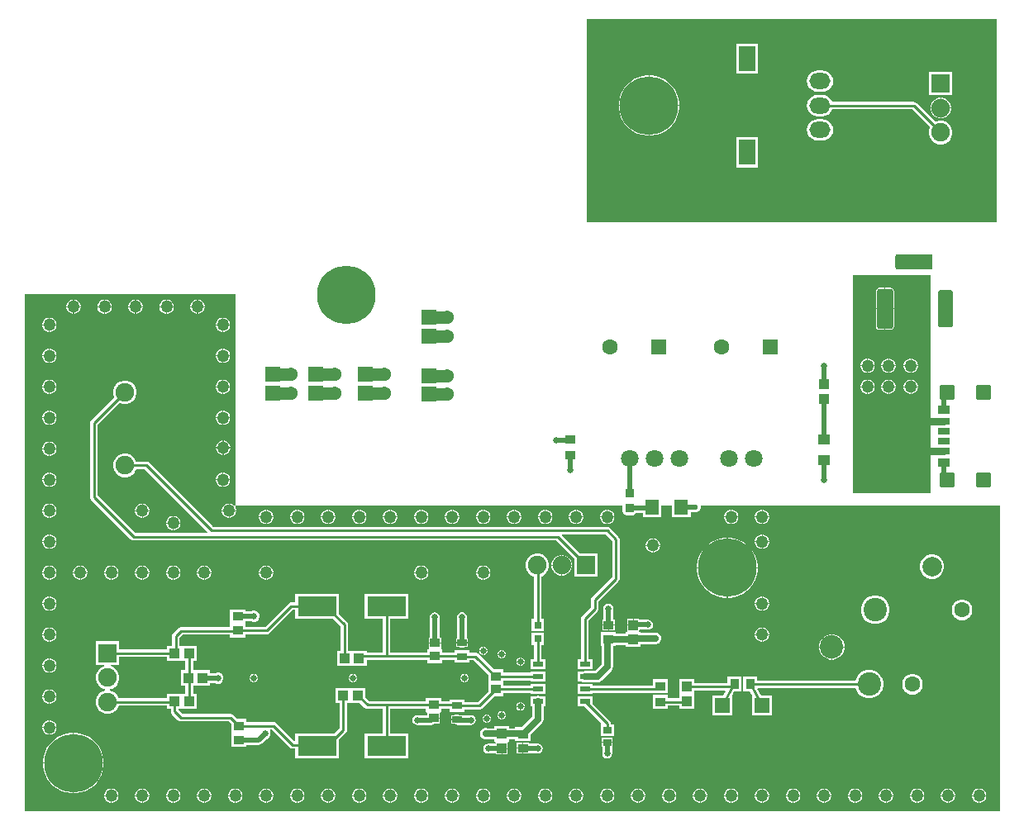
<source format=gtl>
G04*
G04 #@! TF.GenerationSoftware,Altium Limited,CircuitMaker,2.3.0 (2.3.0.3)*
G04*
G04 Layer_Physical_Order=1*
G04 Layer_Color=25308*
%FSLAX25Y25*%
%MOIN*%
G70*
G04*
G04 #@! TF.SameCoordinates,62C2B06D-8976-45AB-99A1-AE5862A21714*
G04*
G04*
G04 #@! TF.FilePolarity,Positive*
G04*
G01*
G75*
%ADD10C,0.01000*%
%ADD15C,0.02500*%
%ADD16R,0.04000X0.02000*%
%ADD17R,0.04134X0.03543*%
%ADD18R,0.06000X0.06000*%
%ADD19R,0.04134X0.03937*%
%ADD20R,0.06000X0.06000*%
%ADD21R,0.04724X0.04331*%
%ADD22R,0.03937X0.04134*%
G04:AMPARAMS|DCode=23|XSize=35mil|YSize=35mil|CornerRadius=4.38mil|HoleSize=0mil|Usage=FLASHONLY|Rotation=270.000|XOffset=0mil|YOffset=0mil|HoleType=Round|Shape=RoundedRectangle|*
%AMROUNDEDRECTD23*
21,1,0.03500,0.02625,0,0,270.0*
21,1,0.02625,0.03500,0,0,270.0*
1,1,0.00875,-0.01312,-0.01312*
1,1,0.00875,-0.01312,0.01312*
1,1,0.00875,0.01312,0.01312*
1,1,0.00875,0.01312,-0.01312*
%
%ADD23ROUNDEDRECTD23*%
%ADD24R,0.05512X0.05905*%
%ADD25R,0.03937X0.03740*%
%ADD26R,0.03740X0.03937*%
%ADD27R,0.03347X0.02756*%
%ADD28R,0.03000X0.03000*%
%ADD29R,0.03937X0.02756*%
%ADD30R,0.15748X0.07874*%
%ADD31R,0.04134X0.04331*%
%ADD32R,0.05000X0.03200*%
%ADD33R,0.05000X0.02800*%
%ADD34R,0.05000X0.03000*%
%ADD73C,0.02000*%
%ADD74C,0.05000*%
%ADD75C,0.03000*%
%ADD76R,0.07500X0.07500*%
%ADD77C,0.07500*%
%ADD78R,0.07500X0.07500*%
%ADD79C,0.07087*%
%ADD80C,0.06299*%
%ADD81C,0.09449*%
%ADD82C,0.07874*%
G04:AMPARAMS|DCode=83|XSize=60mil|YSize=60mil|CornerRadius=7.5mil|HoleSize=0mil|Usage=FLASHONLY|Rotation=90.000|XOffset=0mil|YOffset=0mil|HoleType=Round|Shape=RoundedRectangle|*
%AMROUNDEDRECTD83*
21,1,0.06000,0.04500,0,0,90.0*
21,1,0.04500,0.06000,0,0,90.0*
1,1,0.01500,0.02250,0.02250*
1,1,0.01500,0.02250,-0.02250*
1,1,0.01500,-0.02250,-0.02250*
1,1,0.01500,-0.02250,0.02250*
%
%ADD83ROUNDEDRECTD83*%
%ADD84R,0.06299X0.06299*%
G04:AMPARAMS|DCode=85|XSize=160mil|YSize=65mil|CornerRadius=8.13mil|HoleSize=0mil|Usage=FLASHONLY|Rotation=90.000|XOffset=0mil|YOffset=0mil|HoleType=Round|Shape=RoundedRectangle|*
%AMROUNDEDRECTD85*
21,1,0.16000,0.04875,0,0,90.0*
21,1,0.14375,0.06500,0,0,90.0*
1,1,0.01625,0.02438,0.07187*
1,1,0.01625,0.02438,-0.07187*
1,1,0.01625,-0.02438,-0.07187*
1,1,0.01625,-0.02438,0.07187*
%
%ADD85ROUNDEDRECTD85*%
G04:AMPARAMS|DCode=86|XSize=60mil|YSize=150mil|CornerRadius=7.5mil|HoleSize=0mil|Usage=FLASHONLY|Rotation=90.000|XOffset=0mil|YOffset=0mil|HoleType=Round|Shape=RoundedRectangle|*
%AMROUNDEDRECTD86*
21,1,0.06000,0.13500,0,0,90.0*
21,1,0.04500,0.15000,0,0,90.0*
1,1,0.01500,0.06750,0.02250*
1,1,0.01500,0.06750,-0.02250*
1,1,0.01500,-0.06750,-0.02250*
1,1,0.01500,-0.06750,0.02250*
%
%ADD86ROUNDEDRECTD86*%
G04:AMPARAMS|DCode=87|XSize=150mil|YSize=60mil|CornerRadius=7.5mil|HoleSize=0mil|Usage=FLASHONLY|Rotation=90.000|XOffset=0mil|YOffset=0mil|HoleType=Round|Shape=RoundedRectangle|*
%AMROUNDEDRECTD87*
21,1,0.15000,0.04500,0,0,90.0*
21,1,0.13500,0.06000,0,0,90.0*
1,1,0.01500,0.02250,0.06750*
1,1,0.01500,0.02250,-0.06750*
1,1,0.01500,-0.02250,-0.06750*
1,1,0.01500,-0.02250,0.06750*
%
%ADD87ROUNDEDRECTD87*%
%ADD88R,0.06693X0.10236*%
%ADD89O,0.08500X0.06500*%
%ADD90C,0.02559*%
%ADD91C,0.23622*%
%ADD92C,0.05000*%
%ADD93C,0.05400*%
%ADD94C,0.02362*%
G36*
X707269Y316313D02*
X541769D01*
Y398313D01*
X707269D01*
Y316313D01*
D02*
G37*
G36*
X680500Y207000D02*
X649000D01*
Y295000D01*
X680500D01*
Y207000D01*
D02*
G37*
G36*
X400003Y202392D02*
Y202382D01*
Y202382D01*
X400003Y202296D01*
X399810Y202216D01*
X399503Y202089D01*
X399277Y202315D01*
X398617Y202696D01*
X397881Y202894D01*
X397697D01*
Y200197D01*
X400394D01*
Y200381D01*
X400197Y201117D01*
X399967Y201515D01*
X400264Y202000D01*
X400361Y202000D01*
X400361Y202000D01*
X400381Y202000D01*
X556222D01*
Y199687D01*
X556334Y199126D01*
X556651Y198651D01*
X557127Y198333D01*
X557688Y198222D01*
X560313D01*
X560874Y198333D01*
X561349Y198651D01*
X561556Y198960D01*
X564339D01*
Y197547D01*
X571850D01*
Y202000D01*
X576150D01*
Y197547D01*
X583661D01*
Y199461D01*
X584724D01*
X585066Y199319D01*
X585934D01*
X586735Y199651D01*
X587349Y200265D01*
X587681Y201066D01*
Y201934D01*
X587725Y202000D01*
X708500D01*
Y78740D01*
X314961D01*
Y287500D01*
X400003D01*
X400003Y202392D01*
D02*
G37*
%LPC*%
G36*
X610646Y388516D02*
X601954D01*
Y376279D01*
X610646D01*
Y388516D01*
D02*
G37*
G36*
X636828Y377629D02*
X634828D01*
X633718Y377483D01*
X632684Y377055D01*
X631796Y376374D01*
X631115Y375486D01*
X630687Y374452D01*
X630541Y373342D01*
X630687Y372233D01*
X631115Y371199D01*
X631796Y370311D01*
X632684Y369630D01*
X633718Y369202D01*
X634828Y369056D01*
X636828D01*
X637937Y369202D01*
X638971Y369630D01*
X639859Y370311D01*
X640540Y371199D01*
X640968Y372233D01*
X641114Y373342D01*
X640968Y374452D01*
X640540Y375486D01*
X639859Y376374D01*
X638971Y377055D01*
X637937Y377483D01*
X636828Y377629D01*
D02*
G37*
G36*
X689250Y377093D02*
X679750D01*
Y367593D01*
X689250D01*
Y377093D01*
D02*
G37*
G36*
X567890Y375705D02*
X567126D01*
Y363697D01*
X579134D01*
Y364460D01*
X578833Y366358D01*
X578240Y368185D01*
X577367Y369897D01*
X576238Y371451D01*
X574880Y372809D01*
X573326Y373938D01*
X571614Y374811D01*
X569787Y375404D01*
X567890Y375705D01*
D02*
G37*
G36*
X566732D02*
X565969D01*
X564071Y375404D01*
X562244Y374811D01*
X560533Y373938D01*
X558978Y372809D01*
X557620Y371451D01*
X556491Y369897D01*
X555619Y368185D01*
X555025Y366358D01*
X554724Y364460D01*
Y363697D01*
X566732D01*
Y375705D01*
D02*
G37*
G36*
X685045Y366644D02*
X684697D01*
Y362697D01*
X688644D01*
Y363046D01*
X688361Y364099D01*
X687816Y365044D01*
X687044Y365816D01*
X686099Y366361D01*
X685045Y366644D01*
D02*
G37*
G36*
X684303D02*
X683954D01*
X682901Y366361D01*
X681956Y365816D01*
X681184Y365044D01*
X680639Y364099D01*
X680356Y363046D01*
Y362697D01*
X684303D01*
Y366644D01*
D02*
G37*
G36*
X688644Y362303D02*
X684697D01*
Y358356D01*
X685045D01*
X686099Y358639D01*
X687044Y359184D01*
X687816Y359956D01*
X688361Y360901D01*
X688644Y361954D01*
Y362303D01*
D02*
G37*
G36*
X684303D02*
X680356D01*
Y361954D01*
X680639Y360901D01*
X681184Y359956D01*
X681956Y359184D01*
X682901Y358639D01*
X683954Y358356D01*
X684303D01*
Y362303D01*
D02*
G37*
G36*
X579134Y363303D02*
X567126D01*
Y351295D01*
X567890D01*
X569787Y351596D01*
X571614Y352189D01*
X573326Y353062D01*
X574880Y354191D01*
X576238Y355549D01*
X577367Y357103D01*
X578240Y358815D01*
X578833Y360642D01*
X579134Y362540D01*
Y363303D01*
D02*
G37*
G36*
X566732D02*
X554724D01*
Y362540D01*
X555025Y360642D01*
X555619Y358815D01*
X556491Y357103D01*
X557620Y355549D01*
X558978Y354191D01*
X560533Y353062D01*
X562244Y352189D01*
X564071Y351596D01*
X565969Y351295D01*
X566732D01*
Y363303D01*
D02*
G37*
G36*
X636828Y357944D02*
X634828D01*
X633718Y357798D01*
X632684Y357370D01*
X631796Y356689D01*
X631115Y355801D01*
X630687Y354767D01*
X630541Y353658D01*
X630687Y352548D01*
X631115Y351514D01*
X631796Y350626D01*
X632684Y349945D01*
X633718Y349517D01*
X634828Y349371D01*
X636828D01*
X637937Y349517D01*
X638971Y349945D01*
X639859Y350626D01*
X640540Y351514D01*
X640968Y352548D01*
X641114Y353658D01*
X640968Y354767D01*
X640540Y355801D01*
X639859Y356689D01*
X638971Y357370D01*
X637937Y357798D01*
X636828Y357944D01*
D02*
G37*
G36*
Y367787D02*
X634828D01*
X633718Y367641D01*
X632684Y367212D01*
X631796Y366531D01*
X631115Y365643D01*
X630687Y364610D01*
X630541Y363500D01*
X630687Y362390D01*
X631115Y361357D01*
X631796Y360469D01*
X632684Y359788D01*
X633718Y359359D01*
X634828Y359213D01*
X636828D01*
X637937Y359359D01*
X638971Y359788D01*
X639859Y360469D01*
X640540Y361357D01*
X640794Y361971D01*
X673024D01*
X680231Y354764D01*
X680074Y354491D01*
X679750Y353283D01*
Y352032D01*
X680074Y350824D01*
X680699Y349741D01*
X681583Y348856D01*
X682667Y348231D01*
X683875Y347907D01*
X685125D01*
X686333Y348231D01*
X687417Y348856D01*
X688301Y349741D01*
X688926Y350824D01*
X689250Y352032D01*
Y353283D01*
X688926Y354491D01*
X688301Y355574D01*
X687417Y356458D01*
X686333Y357084D01*
X685125Y357407D01*
X683875D01*
X682667Y357084D01*
X682394Y356926D01*
X674739Y364581D01*
X674243Y364913D01*
X673658Y365029D01*
X640794D01*
X640540Y365643D01*
X639859Y366531D01*
X638971Y367212D01*
X637937Y367641D01*
X636828Y367787D01*
D02*
G37*
G36*
X610646Y350721D02*
X601954D01*
Y338484D01*
X610646D01*
Y350721D01*
D02*
G37*
G36*
X664437Y289917D02*
X662197D01*
Y281697D01*
X665667D01*
Y288687D01*
X665574Y289158D01*
X665307Y289557D01*
X664908Y289824D01*
X664437Y289917D01*
D02*
G37*
G36*
X661803D02*
X659562D01*
X659092Y289824D01*
X658693Y289557D01*
X658426Y289158D01*
X658333Y288687D01*
Y281697D01*
X661803D01*
Y289917D01*
D02*
G37*
G36*
X665667Y281303D02*
X662197D01*
Y273083D01*
X664437D01*
X664908Y273176D01*
X665307Y273443D01*
X665574Y273842D01*
X665667Y274312D01*
Y281303D01*
D02*
G37*
G36*
X661803D02*
X658333D01*
Y274312D01*
X658426Y273842D01*
X658693Y273443D01*
X659092Y273176D01*
X659562Y273083D01*
X661803D01*
Y281303D01*
D02*
G37*
G36*
X672881Y261394D02*
X672697D01*
Y258697D01*
X675394D01*
Y258881D01*
X675197Y259617D01*
X674816Y260277D01*
X674277Y260816D01*
X673617Y261196D01*
X672881Y261394D01*
D02*
G37*
G36*
X672303D02*
X672119D01*
X671383Y261196D01*
X670723Y260816D01*
X670185Y260277D01*
X669803Y259617D01*
X669606Y258881D01*
Y258697D01*
X672303D01*
Y261394D01*
D02*
G37*
G36*
X663881D02*
X663697D01*
Y258697D01*
X666394D01*
Y258881D01*
X666196Y259617D01*
X665815Y260277D01*
X665277Y260816D01*
X664617Y261196D01*
X663881Y261394D01*
D02*
G37*
G36*
X663303D02*
X663119D01*
X662383Y261196D01*
X661723Y260816D01*
X661185Y260277D01*
X660804Y259617D01*
X660606Y258881D01*
Y258697D01*
X663303D01*
Y261394D01*
D02*
G37*
G36*
X655381D02*
X655197D01*
Y258697D01*
X657894D01*
Y258881D01*
X657696Y259617D01*
X657315Y260277D01*
X656777Y260816D01*
X656117Y261196D01*
X655381Y261394D01*
D02*
G37*
G36*
X654803D02*
X654619D01*
X653883Y261196D01*
X653223Y260816D01*
X652684Y260277D01*
X652304Y259617D01*
X652106Y258881D01*
Y258697D01*
X654803D01*
Y261394D01*
D02*
G37*
G36*
X675394Y258303D02*
X672697D01*
Y255606D01*
X672881D01*
X673617Y255803D01*
X674277Y256185D01*
X674816Y256723D01*
X675197Y257383D01*
X675394Y258119D01*
Y258303D01*
D02*
G37*
G36*
X672303D02*
X669606D01*
Y258119D01*
X669803Y257383D01*
X670185Y256723D01*
X670723Y256185D01*
X671383Y255803D01*
X672119Y255606D01*
X672303D01*
Y258303D01*
D02*
G37*
G36*
X666394D02*
X663697D01*
Y255606D01*
X663881D01*
X664617Y255803D01*
X665277Y256185D01*
X665815Y256723D01*
X666196Y257383D01*
X666394Y258119D01*
Y258303D01*
D02*
G37*
G36*
X663303D02*
X660606D01*
Y258119D01*
X660804Y257383D01*
X661185Y256723D01*
X661723Y256185D01*
X662383Y255803D01*
X663119Y255606D01*
X663303D01*
Y258303D01*
D02*
G37*
G36*
X657894D02*
X655197D01*
Y255606D01*
X655381D01*
X656117Y255803D01*
X656777Y256185D01*
X657315Y256723D01*
X657696Y257383D01*
X657894Y258119D01*
Y258303D01*
D02*
G37*
G36*
X654803D02*
X652106D01*
Y258119D01*
X652304Y257383D01*
X652684Y256723D01*
X653223Y256185D01*
X653883Y255803D01*
X654619Y255606D01*
X654803D01*
Y258303D01*
D02*
G37*
G36*
X672881Y252894D02*
X672697D01*
Y250197D01*
X675394D01*
Y250381D01*
X675197Y251117D01*
X674816Y251777D01*
X674277Y252315D01*
X673617Y252696D01*
X672881Y252894D01*
D02*
G37*
G36*
X672303D02*
X672119D01*
X671383Y252696D01*
X670723Y252315D01*
X670185Y251777D01*
X669803Y251117D01*
X669606Y250381D01*
Y250197D01*
X672303D01*
Y252894D01*
D02*
G37*
G36*
X663881D02*
X663697D01*
Y250197D01*
X666394D01*
Y250381D01*
X666196Y251117D01*
X665815Y251777D01*
X665277Y252315D01*
X664617Y252696D01*
X663881Y252894D01*
D02*
G37*
G36*
X663303D02*
X663119D01*
X662383Y252696D01*
X661723Y252315D01*
X661185Y251777D01*
X660804Y251117D01*
X660606Y250381D01*
Y250197D01*
X663303D01*
Y252894D01*
D02*
G37*
G36*
X655381D02*
X655197D01*
Y250197D01*
X657894D01*
Y250381D01*
X657696Y251117D01*
X657315Y251777D01*
X656777Y252315D01*
X656117Y252696D01*
X655381Y252894D01*
D02*
G37*
G36*
X654803D02*
X654619D01*
X653883Y252696D01*
X653223Y252315D01*
X652684Y251777D01*
X652304Y251117D01*
X652106Y250381D01*
Y250197D01*
X654803D01*
Y252894D01*
D02*
G37*
G36*
X675394Y249803D02*
X672697D01*
Y247106D01*
X672881D01*
X673617Y247304D01*
X674277Y247685D01*
X674816Y248223D01*
X675197Y248883D01*
X675394Y249619D01*
Y249803D01*
D02*
G37*
G36*
X672303D02*
X669606D01*
Y249619D01*
X669803Y248883D01*
X670185Y248223D01*
X670723Y247685D01*
X671383Y247304D01*
X672119Y247106D01*
X672303D01*
Y249803D01*
D02*
G37*
G36*
X666394D02*
X663697D01*
Y247106D01*
X663881D01*
X664617Y247304D01*
X665277Y247685D01*
X665815Y248223D01*
X666196Y248883D01*
X666394Y249619D01*
Y249803D01*
D02*
G37*
G36*
X663303D02*
X660606D01*
Y249619D01*
X660804Y248883D01*
X661185Y248223D01*
X661723Y247685D01*
X662383Y247304D01*
X663119Y247106D01*
X663303D01*
Y249803D01*
D02*
G37*
G36*
X657894D02*
X655197D01*
Y247106D01*
X655381D01*
X656117Y247304D01*
X656777Y247685D01*
X657315Y248223D01*
X657696Y248883D01*
X657894Y249619D01*
Y249803D01*
D02*
G37*
G36*
X654803D02*
X652106D01*
Y249619D01*
X652304Y248883D01*
X652684Y248223D01*
X653223Y247685D01*
X653883Y247304D01*
X654619Y247106D01*
X654803D01*
Y249803D01*
D02*
G37*
G36*
X385184Y285197D02*
X385000D01*
Y282500D01*
X387697D01*
Y282684D01*
X387500Y283420D01*
X387119Y284080D01*
X386580Y284619D01*
X385920Y285000D01*
X385184Y285197D01*
D02*
G37*
G36*
X384606D02*
X384422D01*
X383686Y285000D01*
X383026Y284619D01*
X382488Y284080D01*
X382107Y283420D01*
X381909Y282684D01*
Y282500D01*
X384606D01*
Y285197D01*
D02*
G37*
G36*
X372684D02*
X372500D01*
Y282500D01*
X375197D01*
Y282684D01*
X375000Y283420D01*
X374619Y284080D01*
X374080Y284619D01*
X373420Y285000D01*
X372684Y285197D01*
D02*
G37*
G36*
X372106D02*
X371922D01*
X371186Y285000D01*
X370526Y284619D01*
X369988Y284080D01*
X369607Y283420D01*
X369409Y282684D01*
Y282500D01*
X372106D01*
Y285197D01*
D02*
G37*
G36*
X360184D02*
X360000D01*
Y282500D01*
X362697D01*
Y282684D01*
X362500Y283420D01*
X362119Y284080D01*
X361580Y284619D01*
X360920Y285000D01*
X360184Y285197D01*
D02*
G37*
G36*
X359606D02*
X359422D01*
X358686Y285000D01*
X358026Y284619D01*
X357488Y284080D01*
X357107Y283420D01*
X356909Y282684D01*
Y282500D01*
X359606D01*
Y285197D01*
D02*
G37*
G36*
X347684D02*
X347500D01*
Y282500D01*
X350197D01*
Y282684D01*
X350000Y283420D01*
X349619Y284080D01*
X349080Y284619D01*
X348420Y285000D01*
X347684Y285197D01*
D02*
G37*
G36*
X347106D02*
X346922D01*
X346186Y285000D01*
X345526Y284619D01*
X344988Y284080D01*
X344607Y283420D01*
X344409Y282684D01*
Y282500D01*
X347106D01*
Y285197D01*
D02*
G37*
G36*
X335184D02*
X335000D01*
Y282500D01*
X337697D01*
Y282684D01*
X337500Y283420D01*
X337119Y284080D01*
X336580Y284619D01*
X335920Y285000D01*
X335184Y285197D01*
D02*
G37*
G36*
X334606D02*
X334422D01*
X333686Y285000D01*
X333026Y284619D01*
X332488Y284080D01*
X332107Y283420D01*
X331909Y282684D01*
Y282500D01*
X334606D01*
Y285197D01*
D02*
G37*
G36*
X387697Y282106D02*
X385000D01*
Y279410D01*
X385184D01*
X385920Y279607D01*
X386580Y279988D01*
X387119Y280526D01*
X387500Y281186D01*
X387697Y281922D01*
Y282106D01*
D02*
G37*
G36*
X384606D02*
X381909D01*
Y281922D01*
X382107Y281186D01*
X382488Y280526D01*
X383026Y279988D01*
X383686Y279607D01*
X384422Y279410D01*
X384606D01*
Y282106D01*
D02*
G37*
G36*
X375197D02*
X372500D01*
Y279410D01*
X372684D01*
X373420Y279607D01*
X374080Y279988D01*
X374619Y280526D01*
X375000Y281186D01*
X375197Y281922D01*
Y282106D01*
D02*
G37*
G36*
X372106D02*
X369409D01*
Y281922D01*
X369607Y281186D01*
X369988Y280526D01*
X370526Y279988D01*
X371186Y279607D01*
X371922Y279410D01*
X372106D01*
Y282106D01*
D02*
G37*
G36*
X362697D02*
X360000D01*
Y279410D01*
X360184D01*
X360920Y279607D01*
X361580Y279988D01*
X362119Y280526D01*
X362500Y281186D01*
X362697Y281922D01*
Y282106D01*
D02*
G37*
G36*
X359606D02*
X356909D01*
Y281922D01*
X357107Y281186D01*
X357488Y280526D01*
X358026Y279988D01*
X358686Y279607D01*
X359422Y279410D01*
X359606D01*
Y282106D01*
D02*
G37*
G36*
X350197D02*
X347500D01*
Y279410D01*
X347684D01*
X348420Y279607D01*
X349080Y279988D01*
X349619Y280526D01*
X350000Y281186D01*
X350197Y281922D01*
Y282106D01*
D02*
G37*
G36*
X347106D02*
X344409D01*
Y281922D01*
X344607Y281186D01*
X344988Y280526D01*
X345526Y279988D01*
X346186Y279607D01*
X346922Y279410D01*
X347106D01*
Y282106D01*
D02*
G37*
G36*
X337697D02*
X335000D01*
Y279410D01*
X335184D01*
X335920Y279607D01*
X336580Y279988D01*
X337119Y280526D01*
X337500Y281186D01*
X337697Y281922D01*
Y282106D01*
D02*
G37*
G36*
X334606D02*
X331909D01*
Y281922D01*
X332107Y281186D01*
X332488Y280526D01*
X333026Y279988D01*
X333686Y279607D01*
X334422Y279410D01*
X334606D01*
Y282106D01*
D02*
G37*
G36*
X395381Y277894D02*
X395197D01*
Y275197D01*
X397894D01*
Y275381D01*
X397696Y276117D01*
X397316Y276777D01*
X396777Y277315D01*
X396117Y277696D01*
X395381Y277894D01*
D02*
G37*
G36*
X394803D02*
X394619D01*
X393883Y277696D01*
X393223Y277315D01*
X392685Y276777D01*
X392303Y276117D01*
X392106Y275381D01*
Y275197D01*
X394803D01*
Y277894D01*
D02*
G37*
G36*
X325381D02*
X325197D01*
Y275197D01*
X327894D01*
Y275381D01*
X327696Y276117D01*
X327315Y276777D01*
X326777Y277315D01*
X326117Y277696D01*
X325381Y277894D01*
D02*
G37*
G36*
X324803D02*
X324619D01*
X323883Y277696D01*
X323223Y277315D01*
X322685Y276777D01*
X322304Y276117D01*
X322106Y275381D01*
Y275197D01*
X324803D01*
Y277894D01*
D02*
G37*
G36*
X397894Y274803D02*
X395197D01*
Y272106D01*
X395381D01*
X396117Y272304D01*
X396777Y272685D01*
X397316Y273223D01*
X397696Y273883D01*
X397894Y274619D01*
Y274803D01*
D02*
G37*
G36*
X394803D02*
X392106D01*
Y274619D01*
X392303Y273883D01*
X392685Y273223D01*
X393223Y272685D01*
X393883Y272304D01*
X394619Y272106D01*
X394803D01*
Y274803D01*
D02*
G37*
G36*
X327894D02*
X325197D01*
Y272106D01*
X325381D01*
X326117Y272304D01*
X326777Y272685D01*
X327315Y273223D01*
X327696Y273883D01*
X327894Y274619D01*
Y274803D01*
D02*
G37*
G36*
X324803D02*
X322106D01*
Y274619D01*
X322304Y273883D01*
X322685Y273223D01*
X323223Y272685D01*
X323883Y272304D01*
X324619Y272106D01*
X324803D01*
Y274803D01*
D02*
G37*
G36*
X395381Y265394D02*
X395197D01*
Y262697D01*
X397894D01*
Y262881D01*
X397696Y263617D01*
X397316Y264277D01*
X396777Y264815D01*
X396117Y265196D01*
X395381Y265394D01*
D02*
G37*
G36*
X394803D02*
X394619D01*
X393883Y265196D01*
X393223Y264815D01*
X392685Y264277D01*
X392303Y263617D01*
X392106Y262881D01*
Y262697D01*
X394803D01*
Y265394D01*
D02*
G37*
G36*
X325381D02*
X325197D01*
Y262697D01*
X327894D01*
Y262881D01*
X327696Y263617D01*
X327315Y264277D01*
X326777Y264815D01*
X326117Y265196D01*
X325381Y265394D01*
D02*
G37*
G36*
X324803D02*
X324619D01*
X323883Y265196D01*
X323223Y264815D01*
X322685Y264277D01*
X322304Y263617D01*
X322106Y262881D01*
Y262697D01*
X324803D01*
Y265394D01*
D02*
G37*
G36*
X397894Y262303D02*
X395197D01*
Y259606D01*
X395381D01*
X396117Y259804D01*
X396777Y260185D01*
X397316Y260723D01*
X397696Y261383D01*
X397894Y262119D01*
Y262303D01*
D02*
G37*
G36*
X394803D02*
X392106D01*
Y262119D01*
X392303Y261383D01*
X392685Y260723D01*
X393223Y260185D01*
X393883Y259804D01*
X394619Y259606D01*
X394803D01*
Y262303D01*
D02*
G37*
G36*
X327894D02*
X325197D01*
Y259606D01*
X325381D01*
X326117Y259804D01*
X326777Y260185D01*
X327315Y260723D01*
X327696Y261383D01*
X327894Y262119D01*
Y262303D01*
D02*
G37*
G36*
X324803D02*
X322106D01*
Y262119D01*
X322304Y261383D01*
X322685Y260723D01*
X323223Y260185D01*
X323883Y259804D01*
X324619Y259606D01*
X324803D01*
Y262303D01*
D02*
G37*
G36*
X395381Y252894D02*
X395197D01*
Y250197D01*
X397894D01*
Y250381D01*
X397696Y251117D01*
X397316Y251777D01*
X396777Y252315D01*
X396117Y252696D01*
X395381Y252894D01*
D02*
G37*
G36*
X394803D02*
X394619D01*
X393883Y252696D01*
X393223Y252315D01*
X392685Y251777D01*
X392303Y251117D01*
X392106Y250381D01*
Y250197D01*
X394803D01*
Y252894D01*
D02*
G37*
G36*
X325381D02*
X325197D01*
Y250197D01*
X327894D01*
Y250381D01*
X327696Y251117D01*
X327315Y251777D01*
X326777Y252315D01*
X326117Y252696D01*
X325381Y252894D01*
D02*
G37*
G36*
X324803D02*
X324619D01*
X323883Y252696D01*
X323223Y252315D01*
X322685Y251777D01*
X322304Y251117D01*
X322106Y250381D01*
Y250197D01*
X324803D01*
Y252894D01*
D02*
G37*
G36*
X397894Y249803D02*
X395197D01*
Y247106D01*
X395381D01*
X396117Y247304D01*
X396777Y247685D01*
X397316Y248223D01*
X397696Y248883D01*
X397894Y249619D01*
Y249803D01*
D02*
G37*
G36*
X394803D02*
X392106D01*
Y249619D01*
X392303Y248883D01*
X392685Y248223D01*
X393223Y247685D01*
X393883Y247304D01*
X394619Y247106D01*
X394803D01*
Y249803D01*
D02*
G37*
G36*
X327894D02*
X325197D01*
Y247106D01*
X325381D01*
X326117Y247304D01*
X326777Y247685D01*
X327315Y248223D01*
X327696Y248883D01*
X327894Y249619D01*
Y249803D01*
D02*
G37*
G36*
X324803D02*
X322106D01*
Y249619D01*
X322304Y248883D01*
X322685Y248223D01*
X323223Y247685D01*
X323883Y247304D01*
X324619Y247106D01*
X324803D01*
Y249803D01*
D02*
G37*
G36*
X356125Y252541D02*
X354875D01*
X353667Y252218D01*
X352583Y251592D01*
X351699Y250708D01*
X351074Y249625D01*
X350750Y248417D01*
Y247166D01*
X351074Y245958D01*
X351231Y245685D01*
X341919Y236373D01*
X341587Y235877D01*
X341471Y235291D01*
Y205500D01*
X341587Y204915D01*
X341919Y204419D01*
X357919Y188419D01*
X358415Y188087D01*
X359000Y187971D01*
X529366D01*
X536750Y180587D01*
Y173250D01*
X546250D01*
Y182750D01*
X538913D01*
X531654Y190009D01*
X531846Y190471D01*
X549367D01*
X551971Y187866D01*
Y173134D01*
X543919Y165081D01*
X543587Y164585D01*
X543471Y164000D01*
Y161134D01*
X539919Y157581D01*
X539587Y157085D01*
X539471Y156500D01*
Y140000D01*
X538000D01*
Y136000D01*
X544000D01*
Y140000D01*
X542529D01*
Y155867D01*
X546081Y159419D01*
X546413Y159915D01*
X546529Y160500D01*
Y163366D01*
X554581Y171419D01*
X554913Y171915D01*
X555029Y172500D01*
Y188500D01*
X554913Y189085D01*
X554581Y189581D01*
X551081Y193081D01*
X550585Y193413D01*
X550000Y193529D01*
X391133D01*
X365290Y219373D01*
X364794Y219704D01*
X364209Y219821D01*
X360008D01*
X359926Y220125D01*
X359301Y221208D01*
X358417Y222092D01*
X357333Y222718D01*
X356125Y223041D01*
X354875D01*
X353667Y222718D01*
X352583Y222092D01*
X351699Y221208D01*
X351074Y220125D01*
X350750Y218917D01*
Y217666D01*
X351074Y216458D01*
X351699Y215375D01*
X352583Y214490D01*
X353667Y213865D01*
X354875Y213541D01*
X356125D01*
X357333Y213865D01*
X358417Y214490D01*
X359301Y215375D01*
X359926Y216458D01*
X360008Y216762D01*
X363575D01*
X388846Y191491D01*
X388654Y191029D01*
X359633D01*
X344529Y206134D01*
Y234658D01*
X353394Y243522D01*
X353667Y243365D01*
X354875Y243041D01*
X356125D01*
X357333Y243365D01*
X358417Y243990D01*
X359301Y244875D01*
X359926Y245958D01*
X360250Y247166D01*
Y248417D01*
X359926Y249625D01*
X359301Y250708D01*
X358417Y251592D01*
X357333Y252218D01*
X356125Y252541D01*
D02*
G37*
G36*
X395381Y240394D02*
X395197D01*
Y237697D01*
X397894D01*
Y237881D01*
X397696Y238617D01*
X397316Y239277D01*
X396777Y239815D01*
X396117Y240196D01*
X395381Y240394D01*
D02*
G37*
G36*
X394803D02*
X394619D01*
X393883Y240196D01*
X393223Y239815D01*
X392685Y239277D01*
X392303Y238617D01*
X392106Y237881D01*
Y237697D01*
X394803D01*
Y240394D01*
D02*
G37*
G36*
X325381D02*
X325197D01*
Y237697D01*
X327894D01*
Y237881D01*
X327696Y238617D01*
X327315Y239277D01*
X326777Y239815D01*
X326117Y240196D01*
X325381Y240394D01*
D02*
G37*
G36*
X324803D02*
X324619D01*
X323883Y240196D01*
X323223Y239815D01*
X322685Y239277D01*
X322304Y238617D01*
X322106Y237881D01*
Y237697D01*
X324803D01*
Y240394D01*
D02*
G37*
G36*
X397894Y237303D02*
X395197D01*
Y234606D01*
X395381D01*
X396117Y234804D01*
X396777Y235185D01*
X397316Y235723D01*
X397696Y236383D01*
X397894Y237119D01*
Y237303D01*
D02*
G37*
G36*
X394803D02*
X392106D01*
Y237119D01*
X392303Y236383D01*
X392685Y235723D01*
X393223Y235185D01*
X393883Y234804D01*
X394619Y234606D01*
X394803D01*
Y237303D01*
D02*
G37*
G36*
X327894D02*
X325197D01*
Y234606D01*
X325381D01*
X326117Y234804D01*
X326777Y235185D01*
X327315Y235723D01*
X327696Y236383D01*
X327894Y237119D01*
Y237303D01*
D02*
G37*
G36*
X324803D02*
X322106D01*
Y237119D01*
X322304Y236383D01*
X322685Y235723D01*
X323223Y235185D01*
X323883Y234804D01*
X324619Y234606D01*
X324803D01*
Y237303D01*
D02*
G37*
G36*
X395500Y228287D02*
X395316D01*
Y225590D01*
X398013D01*
Y225775D01*
X397815Y226511D01*
X397435Y227170D01*
X396896Y227709D01*
X396236Y228090D01*
X395500Y228287D01*
D02*
G37*
G36*
X394922D02*
X394738D01*
X394002Y228090D01*
X393342Y227709D01*
X392804Y227170D01*
X392423Y226511D01*
X392225Y225775D01*
Y225590D01*
X394922D01*
Y228287D01*
D02*
G37*
G36*
X325381Y227894D02*
X325197D01*
Y225197D01*
X327894D01*
Y225381D01*
X327696Y226117D01*
X327315Y226777D01*
X326777Y227315D01*
X326117Y227696D01*
X325381Y227894D01*
D02*
G37*
G36*
X324803D02*
X324619D01*
X323883Y227696D01*
X323223Y227315D01*
X322685Y226777D01*
X322304Y226117D01*
X322106Y225381D01*
Y225197D01*
X324803D01*
Y227894D01*
D02*
G37*
G36*
X398013Y225197D02*
X395316D01*
Y222500D01*
X395500D01*
X396236Y222697D01*
X396896Y223078D01*
X397435Y223617D01*
X397815Y224277D01*
X398013Y225013D01*
Y225197D01*
D02*
G37*
G36*
X394922D02*
X392225D01*
Y225013D01*
X392423Y224277D01*
X392804Y223617D01*
X393342Y223078D01*
X394002Y222697D01*
X394738Y222500D01*
X394922D01*
Y225197D01*
D02*
G37*
G36*
X327894Y224803D02*
X325197D01*
Y222106D01*
X325381D01*
X326117Y222304D01*
X326777Y222685D01*
X327315Y223223D01*
X327696Y223883D01*
X327894Y224619D01*
Y224803D01*
D02*
G37*
G36*
X324803D02*
X322106D01*
Y224619D01*
X322304Y223883D01*
X322685Y223223D01*
X323223Y222685D01*
X323883Y222304D01*
X324619Y222106D01*
X324803D01*
Y224803D01*
D02*
G37*
G36*
X395381Y215394D02*
X395197D01*
Y212697D01*
X397894D01*
Y212881D01*
X397696Y213617D01*
X397316Y214277D01*
X396777Y214815D01*
X396117Y215196D01*
X395381Y215394D01*
D02*
G37*
G36*
X394803D02*
X394619D01*
X393883Y215196D01*
X393223Y214815D01*
X392685Y214277D01*
X392303Y213617D01*
X392106Y212881D01*
Y212697D01*
X394803D01*
Y215394D01*
D02*
G37*
G36*
X325381D02*
X325197D01*
Y212697D01*
X327894D01*
Y212881D01*
X327696Y213617D01*
X327315Y214277D01*
X326777Y214815D01*
X326117Y215196D01*
X325381Y215394D01*
D02*
G37*
G36*
X324803D02*
X324619D01*
X323883Y215196D01*
X323223Y214815D01*
X322685Y214277D01*
X322304Y213617D01*
X322106Y212881D01*
Y212697D01*
X324803D01*
Y215394D01*
D02*
G37*
G36*
X397894Y212303D02*
X395197D01*
Y209606D01*
X395381D01*
X396117Y209804D01*
X396777Y210185D01*
X397316Y210723D01*
X397696Y211383D01*
X397894Y212119D01*
Y212303D01*
D02*
G37*
G36*
X394803D02*
X392106D01*
Y212119D01*
X392303Y211383D01*
X392685Y210723D01*
X393223Y210185D01*
X393883Y209804D01*
X394619Y209606D01*
X394803D01*
Y212303D01*
D02*
G37*
G36*
X327894D02*
X325197D01*
Y209606D01*
X325381D01*
X326117Y209804D01*
X326777Y210185D01*
X327315Y210723D01*
X327696Y211383D01*
X327894Y212119D01*
Y212303D01*
D02*
G37*
G36*
X324803D02*
X322106D01*
Y212119D01*
X322304Y211383D01*
X322685Y210723D01*
X323223Y210185D01*
X323883Y209804D01*
X324619Y209606D01*
X324803D01*
Y212303D01*
D02*
G37*
G36*
X397303Y202894D02*
X397119D01*
X396383Y202696D01*
X395723Y202315D01*
X395184Y201777D01*
X394804Y201117D01*
X394606Y200381D01*
Y200197D01*
X397303D01*
Y202894D01*
D02*
G37*
G36*
X362881D02*
X362697D01*
Y200197D01*
X365394D01*
Y200381D01*
X365196Y201117D01*
X364815Y201777D01*
X364277Y202315D01*
X363617Y202696D01*
X362881Y202894D01*
D02*
G37*
G36*
X362303D02*
X362119D01*
X361383Y202696D01*
X360723Y202315D01*
X360185Y201777D01*
X359804Y201117D01*
X359606Y200381D01*
Y200197D01*
X362303D01*
Y202894D01*
D02*
G37*
G36*
X325381D02*
X325197D01*
Y200197D01*
X327894D01*
Y200381D01*
X327696Y201117D01*
X327315Y201777D01*
X326777Y202315D01*
X326117Y202696D01*
X325381Y202894D01*
D02*
G37*
G36*
X324803D02*
X324619D01*
X323883Y202696D01*
X323223Y202315D01*
X322685Y201777D01*
X322304Y201117D01*
X322106Y200381D01*
Y200197D01*
X324803D01*
Y202894D01*
D02*
G37*
G36*
X612881Y200394D02*
X612697D01*
Y197697D01*
X615394D01*
Y197881D01*
X615197Y198617D01*
X614816Y199277D01*
X614277Y199815D01*
X613617Y200197D01*
X612881Y200394D01*
D02*
G37*
G36*
X612303D02*
X612119D01*
X611383Y200197D01*
X610723Y199815D01*
X610184Y199277D01*
X609803Y198617D01*
X609606Y197881D01*
Y197697D01*
X612303D01*
Y200394D01*
D02*
G37*
G36*
X600381D02*
X600197D01*
Y197697D01*
X602894D01*
Y197881D01*
X602697Y198617D01*
X602316Y199277D01*
X601777Y199815D01*
X601117Y200197D01*
X600381Y200394D01*
D02*
G37*
G36*
X599803D02*
X599619D01*
X598883Y200197D01*
X598223Y199815D01*
X597684Y199277D01*
X597303Y198617D01*
X597106Y197881D01*
Y197697D01*
X599803D01*
Y200394D01*
D02*
G37*
G36*
X550381D02*
X550197D01*
Y197697D01*
X552894D01*
Y197881D01*
X552697Y198617D01*
X552316Y199277D01*
X551777Y199815D01*
X551117Y200197D01*
X550381Y200394D01*
D02*
G37*
G36*
X549803D02*
X549619D01*
X548883Y200197D01*
X548223Y199815D01*
X547684Y199277D01*
X547303Y198617D01*
X547106Y197881D01*
Y197697D01*
X549803D01*
Y200394D01*
D02*
G37*
G36*
X537881D02*
X537697D01*
Y197697D01*
X540394D01*
Y197881D01*
X540197Y198617D01*
X539816Y199277D01*
X539277Y199815D01*
X538617Y200197D01*
X537881Y200394D01*
D02*
G37*
G36*
X537303D02*
X537119D01*
X536383Y200197D01*
X535723Y199815D01*
X535184Y199277D01*
X534803Y198617D01*
X534606Y197881D01*
Y197697D01*
X537303D01*
Y200394D01*
D02*
G37*
G36*
X525381D02*
X525197D01*
Y197697D01*
X527894D01*
Y197881D01*
X527697Y198617D01*
X527316Y199277D01*
X526777Y199815D01*
X526117Y200197D01*
X525381Y200394D01*
D02*
G37*
G36*
X524803D02*
X524619D01*
X523883Y200197D01*
X523223Y199815D01*
X522684Y199277D01*
X522303Y198617D01*
X522106Y197881D01*
Y197697D01*
X524803D01*
Y200394D01*
D02*
G37*
G36*
X512881D02*
X512697D01*
Y197697D01*
X515394D01*
Y197881D01*
X515197Y198617D01*
X514816Y199277D01*
X514277Y199815D01*
X513617Y200197D01*
X512881Y200394D01*
D02*
G37*
G36*
X512303D02*
X512119D01*
X511383Y200197D01*
X510723Y199815D01*
X510184Y199277D01*
X509803Y198617D01*
X509606Y197881D01*
Y197697D01*
X512303D01*
Y200394D01*
D02*
G37*
G36*
X500381D02*
X500197D01*
Y197697D01*
X502894D01*
Y197881D01*
X502697Y198617D01*
X502316Y199277D01*
X501777Y199815D01*
X501117Y200197D01*
X500381Y200394D01*
D02*
G37*
G36*
X499803D02*
X499619D01*
X498883Y200197D01*
X498223Y199815D01*
X497684Y199277D01*
X497303Y198617D01*
X497106Y197881D01*
Y197697D01*
X499803D01*
Y200394D01*
D02*
G37*
G36*
X487881D02*
X487697D01*
Y197697D01*
X490394D01*
Y197881D01*
X490197Y198617D01*
X489816Y199277D01*
X489277Y199815D01*
X488617Y200197D01*
X487881Y200394D01*
D02*
G37*
G36*
X487303D02*
X487119D01*
X486383Y200197D01*
X485723Y199815D01*
X485184Y199277D01*
X484803Y198617D01*
X484606Y197881D01*
Y197697D01*
X487303D01*
Y200394D01*
D02*
G37*
G36*
X475381D02*
X475197D01*
Y197697D01*
X477894D01*
Y197881D01*
X477697Y198617D01*
X477316Y199277D01*
X476777Y199815D01*
X476117Y200197D01*
X475381Y200394D01*
D02*
G37*
G36*
X474803D02*
X474619D01*
X473883Y200197D01*
X473223Y199815D01*
X472684Y199277D01*
X472303Y198617D01*
X472106Y197881D01*
Y197697D01*
X474803D01*
Y200394D01*
D02*
G37*
G36*
X462881D02*
X462697D01*
Y197697D01*
X465394D01*
Y197881D01*
X465197Y198617D01*
X464816Y199277D01*
X464277Y199815D01*
X463617Y200197D01*
X462881Y200394D01*
D02*
G37*
G36*
X462303D02*
X462119D01*
X461383Y200197D01*
X460723Y199815D01*
X460184Y199277D01*
X459803Y198617D01*
X459606Y197881D01*
Y197697D01*
X462303D01*
Y200394D01*
D02*
G37*
G36*
X450381D02*
X450197D01*
Y197697D01*
X452894D01*
Y197881D01*
X452697Y198617D01*
X452316Y199277D01*
X451777Y199815D01*
X451117Y200197D01*
X450381Y200394D01*
D02*
G37*
G36*
X449803D02*
X449619D01*
X448883Y200197D01*
X448223Y199815D01*
X447684Y199277D01*
X447303Y198617D01*
X447106Y197881D01*
Y197697D01*
X449803D01*
Y200394D01*
D02*
G37*
G36*
X437881D02*
X437697D01*
Y197697D01*
X440394D01*
Y197881D01*
X440197Y198617D01*
X439816Y199277D01*
X439277Y199815D01*
X438617Y200197D01*
X437881Y200394D01*
D02*
G37*
G36*
X437303D02*
X437119D01*
X436383Y200197D01*
X435723Y199815D01*
X435184Y199277D01*
X434803Y198617D01*
X434606Y197881D01*
Y197697D01*
X437303D01*
Y200394D01*
D02*
G37*
G36*
X425381D02*
X425197D01*
Y197697D01*
X427894D01*
Y197881D01*
X427697Y198617D01*
X427316Y199277D01*
X426777Y199815D01*
X426117Y200197D01*
X425381Y200394D01*
D02*
G37*
G36*
X424803D02*
X424619D01*
X423883Y200197D01*
X423223Y199815D01*
X422684Y199277D01*
X422303Y198617D01*
X422106Y197881D01*
Y197697D01*
X424803D01*
Y200394D01*
D02*
G37*
G36*
X412881D02*
X412697D01*
Y197697D01*
X415394D01*
Y197881D01*
X415197Y198617D01*
X414816Y199277D01*
X414277Y199815D01*
X413617Y200197D01*
X412881Y200394D01*
D02*
G37*
G36*
X412303D02*
X412119D01*
X411383Y200197D01*
X410723Y199815D01*
X410184Y199277D01*
X409803Y198617D01*
X409606Y197881D01*
Y197697D01*
X412303D01*
Y200394D01*
D02*
G37*
G36*
X400394Y199803D02*
X397697D01*
Y197106D01*
X397881D01*
X398617Y197303D01*
X399277Y197685D01*
X399816Y198223D01*
X400197Y198883D01*
X400394Y199619D01*
Y199803D01*
D02*
G37*
G36*
X397303D02*
X394606D01*
Y199619D01*
X394804Y198883D01*
X395184Y198223D01*
X395723Y197685D01*
X396383Y197303D01*
X397119Y197106D01*
X397303D01*
Y199803D01*
D02*
G37*
G36*
X365394D02*
X362697D01*
Y197106D01*
X362881D01*
X363617Y197303D01*
X364277Y197685D01*
X364815Y198223D01*
X365196Y198883D01*
X365394Y199619D01*
Y199803D01*
D02*
G37*
G36*
X362303D02*
X359606D01*
Y199619D01*
X359804Y198883D01*
X360185Y198223D01*
X360723Y197685D01*
X361383Y197303D01*
X362119Y197106D01*
X362303D01*
Y199803D01*
D02*
G37*
G36*
X327894D02*
X325197D01*
Y197106D01*
X325381D01*
X326117Y197303D01*
X326777Y197685D01*
X327315Y198223D01*
X327696Y198883D01*
X327894Y199619D01*
Y199803D01*
D02*
G37*
G36*
X324803D02*
X322106D01*
Y199619D01*
X322304Y198883D01*
X322685Y198223D01*
X323223Y197685D01*
X323883Y197303D01*
X324619Y197106D01*
X324803D01*
Y199803D01*
D02*
G37*
G36*
X375381Y197894D02*
X375197D01*
Y195197D01*
X377894D01*
Y195381D01*
X377696Y196117D01*
X377315Y196777D01*
X376777Y197316D01*
X376117Y197696D01*
X375381Y197894D01*
D02*
G37*
G36*
X374803D02*
X374619D01*
X373883Y197696D01*
X373223Y197316D01*
X372685Y196777D01*
X372304Y196117D01*
X372106Y195381D01*
Y195197D01*
X374803D01*
Y197894D01*
D02*
G37*
G36*
X615394Y197303D02*
X612697D01*
Y194606D01*
X612881D01*
X613617Y194804D01*
X614277Y195185D01*
X614816Y195723D01*
X615197Y196383D01*
X615394Y197119D01*
Y197303D01*
D02*
G37*
G36*
X612303D02*
X609606D01*
Y197119D01*
X609803Y196383D01*
X610184Y195723D01*
X610723Y195185D01*
X611383Y194804D01*
X612119Y194606D01*
X612303D01*
Y197303D01*
D02*
G37*
G36*
X602894D02*
X600197D01*
Y194606D01*
X600381D01*
X601117Y194804D01*
X601777Y195185D01*
X602316Y195723D01*
X602697Y196383D01*
X602894Y197119D01*
Y197303D01*
D02*
G37*
G36*
X599803D02*
X597106D01*
Y197119D01*
X597303Y196383D01*
X597684Y195723D01*
X598223Y195185D01*
X598883Y194804D01*
X599619Y194606D01*
X599803D01*
Y197303D01*
D02*
G37*
G36*
X552894D02*
X550197D01*
Y194606D01*
X550381D01*
X551117Y194804D01*
X551777Y195185D01*
X552316Y195723D01*
X552697Y196383D01*
X552894Y197119D01*
Y197303D01*
D02*
G37*
G36*
X549803D02*
X547106D01*
Y197119D01*
X547303Y196383D01*
X547684Y195723D01*
X548223Y195185D01*
X548883Y194804D01*
X549619Y194606D01*
X549803D01*
Y197303D01*
D02*
G37*
G36*
X540394D02*
X537697D01*
Y194606D01*
X537881D01*
X538617Y194804D01*
X539277Y195185D01*
X539816Y195723D01*
X540197Y196383D01*
X540394Y197119D01*
Y197303D01*
D02*
G37*
G36*
X537303D02*
X534606D01*
Y197119D01*
X534803Y196383D01*
X535184Y195723D01*
X535723Y195185D01*
X536383Y194804D01*
X537119Y194606D01*
X537303D01*
Y197303D01*
D02*
G37*
G36*
X527894D02*
X525197D01*
Y194606D01*
X525381D01*
X526117Y194804D01*
X526777Y195185D01*
X527316Y195723D01*
X527697Y196383D01*
X527894Y197119D01*
Y197303D01*
D02*
G37*
G36*
X524803D02*
X522106D01*
Y197119D01*
X522303Y196383D01*
X522684Y195723D01*
X523223Y195185D01*
X523883Y194804D01*
X524619Y194606D01*
X524803D01*
Y197303D01*
D02*
G37*
G36*
X515394D02*
X512697D01*
Y194606D01*
X512881D01*
X513617Y194804D01*
X514277Y195185D01*
X514816Y195723D01*
X515197Y196383D01*
X515394Y197119D01*
Y197303D01*
D02*
G37*
G36*
X512303D02*
X509606D01*
Y197119D01*
X509803Y196383D01*
X510184Y195723D01*
X510723Y195185D01*
X511383Y194804D01*
X512119Y194606D01*
X512303D01*
Y197303D01*
D02*
G37*
G36*
X502894D02*
X500197D01*
Y194606D01*
X500381D01*
X501117Y194804D01*
X501777Y195185D01*
X502316Y195723D01*
X502697Y196383D01*
X502894Y197119D01*
Y197303D01*
D02*
G37*
G36*
X499803D02*
X497106D01*
Y197119D01*
X497303Y196383D01*
X497684Y195723D01*
X498223Y195185D01*
X498883Y194804D01*
X499619Y194606D01*
X499803D01*
Y197303D01*
D02*
G37*
G36*
X490394D02*
X487697D01*
Y194606D01*
X487881D01*
X488617Y194804D01*
X489277Y195185D01*
X489816Y195723D01*
X490197Y196383D01*
X490394Y197119D01*
Y197303D01*
D02*
G37*
G36*
X487303D02*
X484606D01*
Y197119D01*
X484803Y196383D01*
X485184Y195723D01*
X485723Y195185D01*
X486383Y194804D01*
X487119Y194606D01*
X487303D01*
Y197303D01*
D02*
G37*
G36*
X477894D02*
X475197D01*
Y194606D01*
X475381D01*
X476117Y194804D01*
X476777Y195185D01*
X477316Y195723D01*
X477697Y196383D01*
X477894Y197119D01*
Y197303D01*
D02*
G37*
G36*
X474803D02*
X472106D01*
Y197119D01*
X472303Y196383D01*
X472684Y195723D01*
X473223Y195185D01*
X473883Y194804D01*
X474619Y194606D01*
X474803D01*
Y197303D01*
D02*
G37*
G36*
X465394D02*
X462697D01*
Y194606D01*
X462881D01*
X463617Y194804D01*
X464277Y195185D01*
X464816Y195723D01*
X465197Y196383D01*
X465394Y197119D01*
Y197303D01*
D02*
G37*
G36*
X462303D02*
X459606D01*
Y197119D01*
X459803Y196383D01*
X460184Y195723D01*
X460723Y195185D01*
X461383Y194804D01*
X462119Y194606D01*
X462303D01*
Y197303D01*
D02*
G37*
G36*
X452894D02*
X450197D01*
Y194606D01*
X450381D01*
X451117Y194804D01*
X451777Y195185D01*
X452316Y195723D01*
X452697Y196383D01*
X452894Y197119D01*
Y197303D01*
D02*
G37*
G36*
X449803D02*
X447106D01*
Y197119D01*
X447303Y196383D01*
X447684Y195723D01*
X448223Y195185D01*
X448883Y194804D01*
X449619Y194606D01*
X449803D01*
Y197303D01*
D02*
G37*
G36*
X440394D02*
X437697D01*
Y194606D01*
X437881D01*
X438617Y194804D01*
X439277Y195185D01*
X439816Y195723D01*
X440197Y196383D01*
X440394Y197119D01*
Y197303D01*
D02*
G37*
G36*
X437303D02*
X434606D01*
Y197119D01*
X434803Y196383D01*
X435184Y195723D01*
X435723Y195185D01*
X436383Y194804D01*
X437119Y194606D01*
X437303D01*
Y197303D01*
D02*
G37*
G36*
X427894D02*
X425197D01*
Y194606D01*
X425381D01*
X426117Y194804D01*
X426777Y195185D01*
X427316Y195723D01*
X427697Y196383D01*
X427894Y197119D01*
Y197303D01*
D02*
G37*
G36*
X424803D02*
X422106D01*
Y197119D01*
X422303Y196383D01*
X422684Y195723D01*
X423223Y195185D01*
X423883Y194804D01*
X424619Y194606D01*
X424803D01*
Y197303D01*
D02*
G37*
G36*
X415394D02*
X412697D01*
Y194606D01*
X412881D01*
X413617Y194804D01*
X414277Y195185D01*
X414816Y195723D01*
X415197Y196383D01*
X415394Y197119D01*
Y197303D01*
D02*
G37*
G36*
X412303D02*
X409606D01*
Y197119D01*
X409803Y196383D01*
X410184Y195723D01*
X410723Y195185D01*
X411383Y194804D01*
X412119Y194606D01*
X412303D01*
Y197303D01*
D02*
G37*
G36*
X377894Y194803D02*
X375197D01*
Y192106D01*
X375381D01*
X376117Y192304D01*
X376777Y192684D01*
X377315Y193223D01*
X377696Y193883D01*
X377894Y194619D01*
Y194803D01*
D02*
G37*
G36*
X374803D02*
X372106D01*
Y194619D01*
X372304Y193883D01*
X372685Y193223D01*
X373223Y192684D01*
X373883Y192304D01*
X374619Y192106D01*
X374803D01*
Y194803D01*
D02*
G37*
G36*
X612881Y190394D02*
X612697D01*
Y187697D01*
X615394D01*
Y187881D01*
X615197Y188617D01*
X614816Y189277D01*
X614277Y189815D01*
X613617Y190197D01*
X612881Y190394D01*
D02*
G37*
G36*
X612303D02*
X612119D01*
X611383Y190197D01*
X610723Y189815D01*
X610184Y189277D01*
X609803Y188617D01*
X609606Y187881D01*
Y187697D01*
X612303D01*
Y190394D01*
D02*
G37*
G36*
X325381D02*
X325197D01*
Y187697D01*
X327894D01*
Y187881D01*
X327696Y188617D01*
X327315Y189277D01*
X326777Y189815D01*
X326117Y190197D01*
X325381Y190394D01*
D02*
G37*
G36*
X324803D02*
X324619D01*
X323883Y190197D01*
X323223Y189815D01*
X322685Y189277D01*
X322304Y188617D01*
X322106Y187881D01*
Y187697D01*
X324803D01*
Y190394D01*
D02*
G37*
G36*
X568881Y188894D02*
X568697D01*
Y186197D01*
X571394D01*
Y186381D01*
X571197Y187117D01*
X570816Y187777D01*
X570277Y188315D01*
X569617Y188697D01*
X568881Y188894D01*
D02*
G37*
G36*
X568303D02*
X568119D01*
X567383Y188697D01*
X566723Y188315D01*
X566185Y187777D01*
X565803Y187117D01*
X565606Y186381D01*
Y186197D01*
X568303D01*
Y188894D01*
D02*
G37*
G36*
X615394Y187303D02*
X612697D01*
Y184606D01*
X612881D01*
X613617Y184803D01*
X614277Y185185D01*
X614816Y185723D01*
X615197Y186383D01*
X615394Y187119D01*
Y187303D01*
D02*
G37*
G36*
X612303D02*
X609606D01*
Y187119D01*
X609803Y186383D01*
X610184Y185723D01*
X610723Y185185D01*
X611383Y184803D01*
X612119Y184606D01*
X612303D01*
Y187303D01*
D02*
G37*
G36*
X327894D02*
X325197D01*
Y184606D01*
X325381D01*
X326117Y184803D01*
X326777Y185185D01*
X327315Y185723D01*
X327696Y186383D01*
X327894Y187119D01*
Y187303D01*
D02*
G37*
G36*
X324803D02*
X322106D01*
Y187119D01*
X322304Y186383D01*
X322685Y185723D01*
X323223Y185185D01*
X323883Y184803D01*
X324619Y184606D01*
X324803D01*
Y187303D01*
D02*
G37*
G36*
X571394Y185803D02*
X568697D01*
Y183106D01*
X568881D01*
X569617Y183303D01*
X570277Y183685D01*
X570816Y184223D01*
X571197Y184883D01*
X571394Y185619D01*
Y185803D01*
D02*
G37*
G36*
X568303D02*
X565606D01*
Y185619D01*
X565803Y184883D01*
X566185Y184223D01*
X566723Y183685D01*
X567383Y183303D01*
X568119Y183106D01*
X568303D01*
Y185803D01*
D02*
G37*
G36*
X532203Y182144D02*
X531854D01*
Y178197D01*
X535801D01*
Y178545D01*
X535519Y179599D01*
X534973Y180544D01*
X534202Y181316D01*
X533257Y181861D01*
X532203Y182144D01*
D02*
G37*
G36*
X531461D02*
X531112D01*
X530058Y181861D01*
X529113Y181316D01*
X528342Y180544D01*
X527796Y179599D01*
X527514Y178545D01*
Y178197D01*
X531461D01*
Y182144D01*
D02*
G37*
G36*
X599425Y189130D02*
X598661D01*
Y177122D01*
X610669D01*
Y177886D01*
X610369Y179783D01*
X609775Y181610D01*
X608903Y183322D01*
X607774Y184876D01*
X606415Y186234D01*
X604861Y187364D01*
X603150Y188236D01*
X601323Y188829D01*
X599425Y189130D01*
D02*
G37*
G36*
X598268D02*
X597504D01*
X595607Y188829D01*
X593780Y188236D01*
X592068Y187364D01*
X590514Y186234D01*
X589155Y184876D01*
X588026Y183322D01*
X587154Y181610D01*
X586560Y179783D01*
X586260Y177886D01*
Y177122D01*
X598268D01*
Y189130D01*
D02*
G37*
G36*
X500381Y177894D02*
X500197D01*
Y175197D01*
X502894D01*
Y175381D01*
X502697Y176117D01*
X502316Y176777D01*
X501777Y177315D01*
X501117Y177697D01*
X500381Y177894D01*
D02*
G37*
G36*
X499803D02*
X499619D01*
X498883Y177697D01*
X498223Y177315D01*
X497684Y176777D01*
X497303Y176117D01*
X497106Y175381D01*
Y175197D01*
X499803D01*
Y177894D01*
D02*
G37*
G36*
X475381D02*
X475197D01*
Y175197D01*
X477894D01*
Y175381D01*
X477697Y176117D01*
X477316Y176777D01*
X476777Y177315D01*
X476117Y177697D01*
X475381Y177894D01*
D02*
G37*
G36*
X474803D02*
X474619D01*
X473883Y177697D01*
X473223Y177315D01*
X472684Y176777D01*
X472303Y176117D01*
X472106Y175381D01*
Y175197D01*
X474803D01*
Y177894D01*
D02*
G37*
G36*
X412881D02*
X412697D01*
Y175197D01*
X415394D01*
Y175381D01*
X415197Y176117D01*
X414816Y176777D01*
X414277Y177315D01*
X413617Y177697D01*
X412881Y177894D01*
D02*
G37*
G36*
X412303D02*
X412119D01*
X411383Y177697D01*
X410723Y177315D01*
X410184Y176777D01*
X409803Y176117D01*
X409606Y175381D01*
Y175197D01*
X412303D01*
Y177894D01*
D02*
G37*
G36*
X387881D02*
X387697D01*
Y175197D01*
X390394D01*
Y175381D01*
X390196Y176117D01*
X389815Y176777D01*
X389277Y177315D01*
X388617Y177697D01*
X387881Y177894D01*
D02*
G37*
G36*
X387303D02*
X387119D01*
X386383Y177697D01*
X385723Y177315D01*
X385185Y176777D01*
X384804Y176117D01*
X384606Y175381D01*
Y175197D01*
X387303D01*
Y177894D01*
D02*
G37*
G36*
X375381D02*
X375197D01*
Y175197D01*
X377894D01*
Y175381D01*
X377696Y176117D01*
X377315Y176777D01*
X376777Y177315D01*
X376117Y177697D01*
X375381Y177894D01*
D02*
G37*
G36*
X374803D02*
X374619D01*
X373883Y177697D01*
X373223Y177315D01*
X372685Y176777D01*
X372304Y176117D01*
X372106Y175381D01*
Y175197D01*
X374803D01*
Y177894D01*
D02*
G37*
G36*
X362881D02*
X362697D01*
Y175197D01*
X365394D01*
Y175381D01*
X365196Y176117D01*
X364815Y176777D01*
X364277Y177315D01*
X363617Y177697D01*
X362881Y177894D01*
D02*
G37*
G36*
X362303D02*
X362119D01*
X361383Y177697D01*
X360723Y177315D01*
X360185Y176777D01*
X359804Y176117D01*
X359606Y175381D01*
Y175197D01*
X362303D01*
Y177894D01*
D02*
G37*
G36*
X350381D02*
X350197D01*
Y175197D01*
X352894D01*
Y175381D01*
X352696Y176117D01*
X352315Y176777D01*
X351777Y177315D01*
X351117Y177697D01*
X350381Y177894D01*
D02*
G37*
G36*
X349803D02*
X349619D01*
X348883Y177697D01*
X348223Y177315D01*
X347685Y176777D01*
X347304Y176117D01*
X347106Y175381D01*
Y175197D01*
X349803D01*
Y177894D01*
D02*
G37*
G36*
X337881D02*
X337697D01*
Y175197D01*
X340394D01*
Y175381D01*
X340196Y176117D01*
X339815Y176777D01*
X339277Y177315D01*
X338617Y177697D01*
X337881Y177894D01*
D02*
G37*
G36*
X337303D02*
X337119D01*
X336383Y177697D01*
X335723Y177315D01*
X335185Y176777D01*
X334804Y176117D01*
X334606Y175381D01*
Y175197D01*
X337303D01*
Y177894D01*
D02*
G37*
G36*
X325381D02*
X325197D01*
Y175197D01*
X327894D01*
Y175381D01*
X327696Y176117D01*
X327315Y176777D01*
X326777Y177315D01*
X326117Y177697D01*
X325381Y177894D01*
D02*
G37*
G36*
X324803D02*
X324619D01*
X323883Y177697D01*
X323223Y177315D01*
X322685Y176777D01*
X322304Y176117D01*
X322106Y175381D01*
Y175197D01*
X324803D01*
Y177894D01*
D02*
G37*
G36*
X535801Y177803D02*
X531854D01*
Y173856D01*
X532203D01*
X533257Y174139D01*
X534202Y174684D01*
X534973Y175456D01*
X535519Y176401D01*
X535801Y177454D01*
Y177803D01*
D02*
G37*
G36*
X531461D02*
X527514D01*
Y177454D01*
X527796Y176401D01*
X528342Y175456D01*
X529113Y174684D01*
X530058Y174139D01*
X531112Y173856D01*
X531461D01*
Y177803D01*
D02*
G37*
G36*
X681650Y182437D02*
X680350D01*
X679094Y182101D01*
X677969Y181451D01*
X677049Y180531D01*
X676399Y179406D01*
X676063Y178150D01*
Y176850D01*
X676399Y175594D01*
X677049Y174469D01*
X677969Y173549D01*
X679094Y172899D01*
X680350Y172563D01*
X681650D01*
X682906Y172899D01*
X684031Y173549D01*
X684951Y174469D01*
X685601Y175594D01*
X685937Y176850D01*
Y178150D01*
X685601Y179406D01*
X684951Y180531D01*
X684031Y181451D01*
X682906Y182101D01*
X681650Y182437D01*
D02*
G37*
G36*
X502894Y174803D02*
X500197D01*
Y172106D01*
X500381D01*
X501117Y172303D01*
X501777Y172685D01*
X502316Y173223D01*
X502697Y173883D01*
X502894Y174619D01*
Y174803D01*
D02*
G37*
G36*
X499803D02*
X497106D01*
Y174619D01*
X497303Y173883D01*
X497684Y173223D01*
X498223Y172685D01*
X498883Y172303D01*
X499619Y172106D01*
X499803D01*
Y174803D01*
D02*
G37*
G36*
X477894D02*
X475197D01*
Y172106D01*
X475381D01*
X476117Y172303D01*
X476777Y172685D01*
X477316Y173223D01*
X477697Y173883D01*
X477894Y174619D01*
Y174803D01*
D02*
G37*
G36*
X474803D02*
X472106D01*
Y174619D01*
X472303Y173883D01*
X472684Y173223D01*
X473223Y172685D01*
X473883Y172303D01*
X474619Y172106D01*
X474803D01*
Y174803D01*
D02*
G37*
G36*
X415394D02*
X412697D01*
Y172106D01*
X412881D01*
X413617Y172303D01*
X414277Y172685D01*
X414816Y173223D01*
X415197Y173883D01*
X415394Y174619D01*
Y174803D01*
D02*
G37*
G36*
X412303D02*
X409606D01*
Y174619D01*
X409803Y173883D01*
X410184Y173223D01*
X410723Y172685D01*
X411383Y172303D01*
X412119Y172106D01*
X412303D01*
Y174803D01*
D02*
G37*
G36*
X390394D02*
X387697D01*
Y172106D01*
X387881D01*
X388617Y172303D01*
X389277Y172685D01*
X389815Y173223D01*
X390196Y173883D01*
X390394Y174619D01*
Y174803D01*
D02*
G37*
G36*
X387303D02*
X384606D01*
Y174619D01*
X384804Y173883D01*
X385185Y173223D01*
X385723Y172685D01*
X386383Y172303D01*
X387119Y172106D01*
X387303D01*
Y174803D01*
D02*
G37*
G36*
X377894D02*
X375197D01*
Y172106D01*
X375381D01*
X376117Y172303D01*
X376777Y172685D01*
X377315Y173223D01*
X377696Y173883D01*
X377894Y174619D01*
Y174803D01*
D02*
G37*
G36*
X374803D02*
X372106D01*
Y174619D01*
X372304Y173883D01*
X372685Y173223D01*
X373223Y172685D01*
X373883Y172303D01*
X374619Y172106D01*
X374803D01*
Y174803D01*
D02*
G37*
G36*
X365394D02*
X362697D01*
Y172106D01*
X362881D01*
X363617Y172303D01*
X364277Y172685D01*
X364815Y173223D01*
X365196Y173883D01*
X365394Y174619D01*
Y174803D01*
D02*
G37*
G36*
X362303D02*
X359606D01*
Y174619D01*
X359804Y173883D01*
X360185Y173223D01*
X360723Y172685D01*
X361383Y172303D01*
X362119Y172106D01*
X362303D01*
Y174803D01*
D02*
G37*
G36*
X352894D02*
X350197D01*
Y172106D01*
X350381D01*
X351117Y172303D01*
X351777Y172685D01*
X352315Y173223D01*
X352696Y173883D01*
X352894Y174619D01*
Y174803D01*
D02*
G37*
G36*
X349803D02*
X347106D01*
Y174619D01*
X347304Y173883D01*
X347685Y173223D01*
X348223Y172685D01*
X348883Y172303D01*
X349619Y172106D01*
X349803D01*
Y174803D01*
D02*
G37*
G36*
X340394D02*
X337697D01*
Y172106D01*
X337881D01*
X338617Y172303D01*
X339277Y172685D01*
X339815Y173223D01*
X340196Y173883D01*
X340394Y174619D01*
Y174803D01*
D02*
G37*
G36*
X337303D02*
X334606D01*
Y174619D01*
X334804Y173883D01*
X335185Y173223D01*
X335723Y172685D01*
X336383Y172303D01*
X337119Y172106D01*
X337303D01*
Y174803D01*
D02*
G37*
G36*
X327894D02*
X325197D01*
Y172106D01*
X325381D01*
X326117Y172303D01*
X326777Y172685D01*
X327315Y173223D01*
X327696Y173883D01*
X327894Y174619D01*
Y174803D01*
D02*
G37*
G36*
X324803D02*
X322106D01*
Y174619D01*
X322304Y173883D01*
X322685Y173223D01*
X323223Y172685D01*
X323883Y172303D01*
X324619Y172106D01*
X324803D01*
Y174803D01*
D02*
G37*
G36*
X610669Y176728D02*
X598661D01*
Y164720D01*
X599425D01*
X601323Y165021D01*
X603150Y165615D01*
X604861Y166487D01*
X606415Y167616D01*
X607774Y168974D01*
X608903Y170528D01*
X609775Y172240D01*
X610369Y174067D01*
X610669Y175965D01*
Y176728D01*
D02*
G37*
G36*
X598268D02*
X586260D01*
Y175965D01*
X586560Y174067D01*
X587154Y172240D01*
X588026Y170528D01*
X589155Y168974D01*
X590514Y167616D01*
X592068Y166487D01*
X593780Y165615D01*
X595607Y165021D01*
X597504Y164720D01*
X598268D01*
Y176728D01*
D02*
G37*
G36*
X612881Y165394D02*
X612697D01*
Y162697D01*
X615394D01*
Y162881D01*
X615197Y163617D01*
X614816Y164277D01*
X614277Y164815D01*
X613617Y165197D01*
X612881Y165394D01*
D02*
G37*
G36*
X612303D02*
X612119D01*
X611383Y165197D01*
X610723Y164815D01*
X610184Y164277D01*
X609803Y163617D01*
X609606Y162881D01*
Y162697D01*
X612303D01*
Y165394D01*
D02*
G37*
G36*
X325381D02*
X325197D01*
Y162697D01*
X327894D01*
Y162881D01*
X327696Y163617D01*
X327315Y164277D01*
X326777Y164815D01*
X326117Y165197D01*
X325381Y165394D01*
D02*
G37*
G36*
X324803D02*
X324619D01*
X323883Y165197D01*
X323223Y164815D01*
X322685Y164277D01*
X322304Y163617D01*
X322106Y162881D01*
Y162697D01*
X324803D01*
Y165394D01*
D02*
G37*
G36*
X615394Y162303D02*
X612697D01*
Y159606D01*
X612881D01*
X613617Y159803D01*
X614277Y160185D01*
X614816Y160723D01*
X615197Y161383D01*
X615394Y162119D01*
Y162303D01*
D02*
G37*
G36*
X612303D02*
X609606D01*
Y162119D01*
X609803Y161383D01*
X610184Y160723D01*
X610723Y160185D01*
X611383Y159803D01*
X612119Y159606D01*
X612303D01*
Y162303D01*
D02*
G37*
G36*
X327894D02*
X325197D01*
Y159606D01*
X325381D01*
X326117Y159803D01*
X326777Y160185D01*
X327315Y160723D01*
X327696Y161383D01*
X327894Y162119D01*
Y162303D01*
D02*
G37*
G36*
X324803D02*
X322106D01*
Y162119D01*
X322304Y161383D01*
X322685Y160723D01*
X323223Y160185D01*
X323883Y159803D01*
X324619Y159606D01*
X324803D01*
Y162303D01*
D02*
G37*
G36*
X693672Y164169D02*
X692580D01*
X691524Y163886D01*
X690578Y163340D01*
X689806Y162568D01*
X689259Y161621D01*
X688976Y160566D01*
Y159473D01*
X689259Y158418D01*
X689806Y157472D01*
X690578Y156699D01*
X691524Y156153D01*
X692580Y155870D01*
X693672D01*
X694728Y156153D01*
X695674Y156699D01*
X696447Y157472D01*
X696993Y158418D01*
X697276Y159473D01*
Y160566D01*
X696993Y161621D01*
X696447Y162568D01*
X695674Y163340D01*
X694728Y163886D01*
X693672Y164169D01*
D02*
G37*
G36*
X658880Y165744D02*
X657372D01*
X655916Y165354D01*
X654611Y164600D01*
X653545Y163535D01*
X652792Y162229D01*
X652402Y160773D01*
Y159266D01*
X652792Y157810D01*
X653545Y156505D01*
X654611Y155439D01*
X655916Y154685D01*
X657372Y154295D01*
X658880D01*
X660335Y154685D01*
X661641Y155439D01*
X662707Y156505D01*
X663460Y157810D01*
X663850Y159266D01*
Y160773D01*
X663460Y162229D01*
X662707Y163535D01*
X661641Y164600D01*
X660335Y165354D01*
X658880Y165744D01*
D02*
G37*
G36*
X560303Y156366D02*
X558138D01*
Y154102D01*
X560303D01*
Y156366D01*
D02*
G37*
G36*
X550500Y162539D02*
X549720Y162384D01*
X549058Y161942D01*
X548616Y161280D01*
X548461Y160500D01*
Y156020D01*
X548039D01*
Y154051D01*
X552961D01*
Y156020D01*
X552539D01*
Y160500D01*
X552384Y161280D01*
X551942Y161942D01*
X551280Y162384D01*
X550500Y162539D01*
D02*
G37*
G36*
X552961Y153657D02*
X550697D01*
Y151689D01*
X552961D01*
Y153657D01*
D02*
G37*
G36*
X550303D02*
X548039D01*
Y151689D01*
X550303D01*
Y153657D01*
D02*
G37*
G36*
X522440Y182750D02*
X521190D01*
X519981Y182426D01*
X518898Y181801D01*
X518014Y180917D01*
X517389Y179833D01*
X517065Y178625D01*
Y177375D01*
X517389Y176167D01*
X518014Y175083D01*
X518898Y174199D01*
X519981Y173574D01*
X520471Y173443D01*
Y156250D01*
X519500D01*
Y151250D01*
X524500D01*
Y156250D01*
X523529D01*
Y173542D01*
X523648Y173574D01*
X524731Y174199D01*
X525616Y175083D01*
X526241Y176167D01*
X526565Y177375D01*
Y178625D01*
X526241Y179833D01*
X525616Y180917D01*
X524731Y181801D01*
X523648Y182426D01*
X522440Y182750D01*
D02*
G37*
G36*
X562862Y156366D02*
X560697D01*
Y153905D01*
X560500D01*
Y153709D01*
X558138D01*
Y151567D01*
X558138Y151445D01*
X557843Y151067D01*
X557531D01*
Y150440D01*
X553567D01*
Y150917D01*
X547433D01*
Y145374D01*
X547706D01*
Y137950D01*
X545050Y135294D01*
X541000D01*
X540122Y135119D01*
X539943Y135000D01*
X538000D01*
Y131000D01*
X539943D01*
X540122Y130880D01*
X541000Y130706D01*
X546000D01*
X546878Y130880D01*
X547622Y131378D01*
X551622Y135378D01*
X552119Y136122D01*
X552294Y137000D01*
Y145374D01*
X553567D01*
Y145852D01*
X557531D01*
Y144933D01*
X563469D01*
Y146206D01*
X569500D01*
X569573Y146221D01*
X569953D01*
X570305Y146366D01*
X570378Y146380D01*
X570440Y146422D01*
X570791Y146567D01*
X571060Y146836D01*
X571122Y146878D01*
X571164Y146940D01*
X571432Y147209D01*
X571578Y147560D01*
X571619Y147622D01*
X571634Y147695D01*
X571779Y148047D01*
Y148427D01*
X571794Y148500D01*
X571779Y148573D01*
Y148953D01*
X571634Y149305D01*
X571619Y149378D01*
X571578Y149440D01*
X571432Y149791D01*
X571164Y150060D01*
X571122Y150122D01*
X571060Y150164D01*
X570791Y150433D01*
X570440Y150578D01*
X570378Y150619D01*
X570305Y150634D01*
X569953Y150779D01*
X569573D01*
X569500Y150794D01*
X563469D01*
Y151067D01*
X563157D01*
X562862Y151445D01*
Y151461D01*
X563118Y151961D01*
X566500D01*
X567280Y152116D01*
X567942Y152558D01*
X568384Y153220D01*
X568539Y154000D01*
X568384Y154780D01*
X567942Y155442D01*
X567280Y155884D01*
X566500Y156039D01*
X562862D01*
Y156366D01*
D02*
G37*
G36*
X612881Y152894D02*
X612697D01*
Y150197D01*
X615394D01*
Y150381D01*
X615197Y151117D01*
X614816Y151777D01*
X614277Y152315D01*
X613617Y152697D01*
X612881Y152894D01*
D02*
G37*
G36*
X612303D02*
X612119D01*
X611383Y152697D01*
X610723Y152315D01*
X610184Y151777D01*
X609803Y151117D01*
X609606Y150381D01*
Y150197D01*
X612303D01*
Y152894D01*
D02*
G37*
G36*
X325381D02*
X325197D01*
Y150197D01*
X327894D01*
Y150381D01*
X327696Y151117D01*
X327315Y151777D01*
X326777Y152315D01*
X326117Y152697D01*
X325381Y152894D01*
D02*
G37*
G36*
X324803D02*
X324619D01*
X323883Y152697D01*
X323223Y152315D01*
X322685Y151777D01*
X322304Y151117D01*
X322106Y150381D01*
Y150197D01*
X324803D01*
Y152894D01*
D02*
G37*
G36*
X615394Y149803D02*
X612697D01*
Y147106D01*
X612881D01*
X613617Y147303D01*
X614277Y147685D01*
X614816Y148223D01*
X615197Y148883D01*
X615394Y149619D01*
Y149803D01*
D02*
G37*
G36*
X612303D02*
X609606D01*
Y149619D01*
X609803Y148883D01*
X610184Y148223D01*
X610723Y147685D01*
X611383Y147303D01*
X612119Y147106D01*
X612303D01*
Y149803D01*
D02*
G37*
G36*
X327894D02*
X325197D01*
Y147106D01*
X325381D01*
X326117Y147303D01*
X326777Y147685D01*
X327315Y148223D01*
X327696Y148883D01*
X327894Y149619D01*
Y149803D01*
D02*
G37*
G36*
X324803D02*
X322106D01*
Y149619D01*
X322304Y148883D01*
X322685Y148223D01*
X323223Y147685D01*
X323883Y147303D01*
X324619Y147106D01*
X324803D01*
Y149803D01*
D02*
G37*
G36*
X491500Y159138D02*
X490719Y158983D01*
X490058Y158541D01*
X489616Y157879D01*
X489461Y157099D01*
Y148528D01*
X489138D01*
Y146953D01*
X491500D01*
X493862D01*
Y148528D01*
X493539D01*
Y157099D01*
X493384Y157879D01*
X492942Y158541D01*
X492280Y158983D01*
X491500Y159138D01*
D02*
G37*
G36*
X480500Y159039D02*
X479720Y158884D01*
X479058Y158442D01*
X478616Y157780D01*
X478461Y157000D01*
Y148823D01*
X478039D01*
Y146854D01*
X480500D01*
X482961D01*
Y148823D01*
X482539D01*
Y157000D01*
X482384Y157780D01*
X481942Y158442D01*
X481280Y158884D01*
X480500Y159039D01*
D02*
G37*
G36*
X641280Y150138D02*
X640803D01*
Y145217D01*
X645724D01*
Y145694D01*
X645376Y146995D01*
X644702Y148162D01*
X643749Y149115D01*
X642582Y149789D01*
X641280Y150138D01*
D02*
G37*
G36*
X640409D02*
X639932D01*
X638631Y149789D01*
X637464Y149115D01*
X636511Y148162D01*
X635837Y146995D01*
X635488Y145694D01*
Y145217D01*
X640409D01*
Y150138D01*
D02*
G37*
G36*
X493862Y146559D02*
X491500D01*
X489138D01*
Y144985D01*
X490551D01*
X490719Y144872D01*
X491500Y144717D01*
X492280Y144872D01*
X492448Y144985D01*
X493862D01*
Y146559D01*
D02*
G37*
G36*
X500333Y145173D02*
X500197D01*
Y143697D01*
X501673D01*
Y143833D01*
X501418Y144448D01*
X500948Y144919D01*
X500333Y145173D01*
D02*
G37*
G36*
X499803D02*
X499667D01*
X499052Y144919D01*
X498582Y144448D01*
X498327Y143833D01*
Y143697D01*
X499803D01*
Y145173D01*
D02*
G37*
G36*
X469850Y166437D02*
X452102D01*
Y156563D01*
X459447D01*
Y142872D01*
X453020D01*
Y143468D01*
X445577D01*
Y153953D01*
X445460Y154538D01*
X445129Y155034D01*
X441898Y158265D01*
Y166437D01*
X424150D01*
Y163029D01*
X422500D01*
X421915Y162913D01*
X421419Y162581D01*
X412012Y153175D01*
X404421D01*
X404067Y153529D01*
X404067Y154417D01*
X404067Y154917D01*
Y155461D01*
X406466D01*
X407047Y155220D01*
X407953D01*
X408791Y155568D01*
X409433Y156209D01*
X409780Y157047D01*
Y157953D01*
X409433Y158791D01*
X408791Y159432D01*
X407953Y159780D01*
X407047D01*
X406466Y159539D01*
X404067D01*
Y160126D01*
X397933D01*
Y154917D01*
X397933Y154583D01*
X397933Y154083D01*
Y153029D01*
X378000D01*
X377415Y152913D01*
X376919Y152581D01*
X374919Y150581D01*
X374587Y150085D01*
X374471Y149500D01*
Y145468D01*
X372480D01*
Y144029D01*
X353250D01*
Y147250D01*
X343750D01*
Y137750D01*
X347221D01*
X347287Y137250D01*
X346667Y137084D01*
X345583Y136458D01*
X344699Y135574D01*
X344074Y134491D01*
X343750Y133283D01*
Y132032D01*
X344074Y130824D01*
X344699Y129741D01*
X345583Y128857D01*
X346667Y128231D01*
X347548Y127995D01*
Y127477D01*
X346667Y127241D01*
X345583Y126616D01*
X344699Y125732D01*
X344074Y124648D01*
X343750Y123440D01*
Y122190D01*
X344074Y120982D01*
X344699Y119898D01*
X345583Y119014D01*
X346667Y118389D01*
X347875Y118065D01*
X349125D01*
X350333Y118389D01*
X351417Y119014D01*
X352301Y119898D01*
X352926Y120982D01*
X353008Y121286D01*
X372480D01*
Y120031D01*
X374018D01*
Y118953D01*
X374134Y118368D01*
X374466Y117871D01*
X376919Y115419D01*
X377415Y115087D01*
X378000Y114971D01*
X397575D01*
X398433Y114113D01*
Y110437D01*
X398433D01*
Y110272D01*
X398433D01*
Y104728D01*
X404567D01*
Y105461D01*
X409500D01*
X410280Y105616D01*
X410942Y106058D01*
X412711Y107827D01*
X413291Y108068D01*
X413933Y108709D01*
X414280Y109547D01*
Y110453D01*
X413979Y111179D01*
X414177Y111632D01*
X414660Y111677D01*
X421919Y104419D01*
X422415Y104087D01*
X423000Y103971D01*
X424150D01*
Y100063D01*
X441898D01*
Y107735D01*
X444629Y110466D01*
X444960Y110962D01*
X445077Y111547D01*
Y122531D01*
X450258D01*
X452214Y120576D01*
X452710Y120245D01*
X453295Y120128D01*
X459447D01*
Y109937D01*
X452102D01*
Y100063D01*
X469850D01*
Y109937D01*
X462506D01*
Y120128D01*
X476933D01*
Y118886D01*
X477245D01*
X477539Y118508D01*
X477539Y118386D01*
Y117539D01*
X473500D01*
X472720Y117384D01*
X472058Y116942D01*
X471616Y116280D01*
X471461Y115500D01*
X471616Y114720D01*
X472058Y114058D01*
X472720Y113616D01*
X473500Y113461D01*
X479157D01*
X479938Y113616D01*
X480599Y114058D01*
X480719Y114177D01*
X482461D01*
Y116146D01*
X480000D01*
Y116539D01*
X482461D01*
Y118386D01*
X482461Y118508D01*
X482755Y118886D01*
X483067D01*
Y120128D01*
X486531D01*
Y118878D01*
X492468D01*
Y119727D01*
X498315D01*
X498901Y119843D01*
X499397Y120175D01*
X504293Y125071D01*
X507969D01*
Y126412D01*
X519000D01*
Y126000D01*
X525000D01*
Y130000D01*
X519000D01*
Y129470D01*
X507969D01*
Y131530D01*
X519000D01*
Y131000D01*
X525000D01*
Y135000D01*
X519000D01*
Y134588D01*
X507969D01*
Y135929D01*
X504293D01*
X497896Y142326D01*
X497400Y142657D01*
X496815Y142774D01*
X494468D01*
Y143622D01*
X488531D01*
Y142872D01*
X483567D01*
Y144114D01*
X483255D01*
X482961Y144492D01*
X482961Y144614D01*
Y146461D01*
X480500D01*
X478039D01*
Y144614D01*
X478039Y144492D01*
X477745Y144114D01*
X477433D01*
Y142872D01*
X462506D01*
Y156563D01*
X469850D01*
Y166437D01*
D02*
G37*
G36*
X507833Y143673D02*
X507697D01*
Y142197D01*
X509173D01*
Y142333D01*
X508919Y142948D01*
X508448Y143419D01*
X507833Y143673D01*
D02*
G37*
G36*
X507303D02*
X507167D01*
X506552Y143419D01*
X506081Y142948D01*
X505827Y142333D01*
Y142197D01*
X507303D01*
Y143673D01*
D02*
G37*
G36*
X501673Y143303D02*
X500197D01*
Y141827D01*
X500333D01*
X500948Y142081D01*
X501418Y142552D01*
X501673Y143167D01*
Y143303D01*
D02*
G37*
G36*
X499803D02*
X498327D01*
Y143167D01*
X498582Y142552D01*
X499052Y142081D01*
X499667Y141827D01*
X499803D01*
Y143303D01*
D02*
G37*
G36*
X509173Y141803D02*
X507697D01*
Y140327D01*
X507833D01*
X508448Y140582D01*
X508919Y141052D01*
X509173Y141667D01*
Y141803D01*
D02*
G37*
G36*
X507303D02*
X505827D01*
Y141667D01*
X506081Y141052D01*
X506552Y140582D01*
X507167Y140327D01*
X507303D01*
Y141803D01*
D02*
G37*
G36*
X645724Y144823D02*
X640803D01*
Y139902D01*
X641280D01*
X642582Y140250D01*
X643749Y140924D01*
X644702Y141877D01*
X645376Y143044D01*
X645724Y144346D01*
Y144823D01*
D02*
G37*
G36*
X640409D02*
X635488D01*
Y144346D01*
X635837Y143044D01*
X636511Y141877D01*
X637464Y140924D01*
X638631Y140250D01*
X639932Y139902D01*
X640409D01*
Y144823D01*
D02*
G37*
G36*
X515333Y140673D02*
X515197D01*
Y139197D01*
X516673D01*
Y139333D01*
X516419Y139948D01*
X515948Y140419D01*
X515333Y140673D01*
D02*
G37*
G36*
X514803D02*
X514667D01*
X514052Y140419D01*
X513582Y139948D01*
X513327Y139333D01*
Y139197D01*
X514803D01*
Y140673D01*
D02*
G37*
G36*
X325381Y140394D02*
X325197D01*
Y137697D01*
X327894D01*
Y137881D01*
X327696Y138617D01*
X327315Y139277D01*
X326777Y139815D01*
X326117Y140197D01*
X325381Y140394D01*
D02*
G37*
G36*
X324803D02*
X324619D01*
X323883Y140197D01*
X323223Y139815D01*
X322685Y139277D01*
X322304Y138617D01*
X322106Y137881D01*
Y137697D01*
X324803D01*
Y140394D01*
D02*
G37*
G36*
X516673Y138803D02*
X515197D01*
Y137327D01*
X515333D01*
X515948Y137582D01*
X516419Y138052D01*
X516673Y138667D01*
Y138803D01*
D02*
G37*
G36*
X514803D02*
X513327D01*
Y138667D01*
X513582Y138052D01*
X514052Y137582D01*
X514667Y137327D01*
X514803D01*
Y138803D01*
D02*
G37*
G36*
X524500Y150750D02*
X519500D01*
Y145750D01*
X520471D01*
Y140000D01*
X519000D01*
Y136000D01*
X525000D01*
Y140000D01*
X523529D01*
Y145750D01*
X524500D01*
Y150750D01*
D02*
G37*
G36*
X327894Y137303D02*
X325197D01*
Y134606D01*
X325381D01*
X326117Y134803D01*
X326777Y135185D01*
X327315Y135723D01*
X327696Y136383D01*
X327894Y137119D01*
Y137303D01*
D02*
G37*
G36*
X324803D02*
X322106D01*
Y137119D01*
X322304Y136383D01*
X322685Y135723D01*
X323223Y135185D01*
X323883Y134803D01*
X324619Y134606D01*
X324803D01*
Y137303D01*
D02*
G37*
G36*
X656380Y135744D02*
X654872D01*
X653416Y135354D01*
X652111Y134600D01*
X651045Y133535D01*
X650292Y132229D01*
X650104Y131529D01*
X610520D01*
Y132968D01*
X604779D01*
Y127032D01*
X607583D01*
X608500Y125424D01*
Y117500D01*
X616500D01*
Y125500D01*
X611978D01*
X610569Y127971D01*
X610739Y128471D01*
X650115D01*
X650292Y127810D01*
X651045Y126505D01*
X652111Y125439D01*
X653416Y124685D01*
X654872Y124295D01*
X656380D01*
X657835Y124685D01*
X659141Y125439D01*
X660207Y126505D01*
X660960Y127810D01*
X661350Y129266D01*
Y130773D01*
X660960Y132229D01*
X660207Y133535D01*
X659141Y134600D01*
X657835Y135354D01*
X656380Y135744D01*
D02*
G37*
G36*
X604220Y132968D02*
X598480D01*
Y130482D01*
X584969D01*
Y132020D01*
X579032D01*
Y125886D01*
Y124380D01*
X574469D01*
Y125721D01*
X568532D01*
Y119980D01*
X574469D01*
Y121321D01*
X579032D01*
Y119980D01*
X584969D01*
Y125886D01*
Y127423D01*
X597505D01*
X597760Y126993D01*
X596944Y125500D01*
X592500D01*
Y117500D01*
X600500D01*
Y125500D01*
X600500D01*
X600464Y125561D01*
X601267Y127032D01*
X604220D01*
Y132968D01*
D02*
G37*
G36*
X574469Y132020D02*
X568532D01*
Y129529D01*
X544000D01*
Y130000D01*
X538000D01*
Y126000D01*
X544000D01*
Y126471D01*
X568532D01*
Y126279D01*
X574469D01*
Y132020D01*
D02*
G37*
G36*
X673672Y134169D02*
X672580D01*
X671524Y133887D01*
X670578Y133340D01*
X669805Y132568D01*
X669259Y131621D01*
X668976Y130566D01*
Y129473D01*
X669259Y128418D01*
X669805Y127472D01*
X670578Y126699D01*
X671524Y126153D01*
X672580Y125870D01*
X673672D01*
X674728Y126153D01*
X675674Y126699D01*
X676446Y127472D01*
X676993Y128418D01*
X677276Y129473D01*
Y130566D01*
X676993Y131621D01*
X676446Y132568D01*
X675674Y133340D01*
X674728Y133887D01*
X673672Y134169D01*
D02*
G37*
G36*
X325381Y127894D02*
X325197D01*
Y125197D01*
X327894D01*
Y125381D01*
X327696Y126117D01*
X327315Y126777D01*
X326777Y127315D01*
X326117Y127697D01*
X325381Y127894D01*
D02*
G37*
G36*
X324803D02*
X324619D01*
X323883Y127697D01*
X323223Y127315D01*
X322685Y126777D01*
X322304Y126117D01*
X322106Y125381D01*
Y125197D01*
X324803D01*
Y127894D01*
D02*
G37*
G36*
X327894Y124803D02*
X325197D01*
Y122106D01*
X325381D01*
X326117Y122303D01*
X326777Y122685D01*
X327315Y123223D01*
X327696Y123883D01*
X327894Y124619D01*
Y124803D01*
D02*
G37*
G36*
X324803D02*
X322106D01*
Y124619D01*
X322304Y123883D01*
X322685Y123223D01*
X323223Y122685D01*
X323883Y122303D01*
X324619Y122106D01*
X324803D01*
Y124803D01*
D02*
G37*
G36*
X515333Y122673D02*
X515197D01*
Y121197D01*
X516673D01*
Y121333D01*
X516419Y121948D01*
X515948Y122418D01*
X515333Y122673D01*
D02*
G37*
G36*
X514803D02*
X514667D01*
X514052Y122418D01*
X513582Y121948D01*
X513327Y121333D01*
Y121197D01*
X514803D01*
Y122673D01*
D02*
G37*
G36*
X516673Y120803D02*
X515197D01*
Y119327D01*
X515333D01*
X515948Y119581D01*
X516419Y120052D01*
X516673Y120667D01*
Y120803D01*
D02*
G37*
G36*
X514803D02*
X513327D01*
Y120667D01*
X513582Y120052D01*
X514052Y119581D01*
X514667Y119327D01*
X514803D01*
Y120803D01*
D02*
G37*
G36*
X507833Y119173D02*
X507697D01*
Y117697D01*
X509173D01*
Y117833D01*
X508919Y118448D01*
X508448Y118919D01*
X507833Y119173D01*
D02*
G37*
G36*
X507303D02*
X507167D01*
X506552Y118919D01*
X506081Y118448D01*
X505827Y117833D01*
Y117697D01*
X507303D01*
Y119173D01*
D02*
G37*
G36*
X501833Y117673D02*
X501697D01*
Y116197D01*
X503173D01*
Y116333D01*
X502918Y116948D01*
X502448Y117419D01*
X501833Y117673D01*
D02*
G37*
G36*
X501303D02*
X501167D01*
X500552Y117419D01*
X500081Y116948D01*
X499827Y116333D01*
Y116197D01*
X501303D01*
Y117673D01*
D02*
G37*
G36*
X509173Y117303D02*
X507697D01*
Y115827D01*
X507833D01*
X508448Y116082D01*
X508919Y116552D01*
X509173Y117167D01*
Y117303D01*
D02*
G37*
G36*
X507303D02*
X505827D01*
Y117167D01*
X506081Y116552D01*
X506552Y116082D01*
X507167Y115827D01*
X507303D01*
Y117303D01*
D02*
G37*
G36*
X503173Y115803D02*
X501697D01*
Y114327D01*
X501833D01*
X502448Y114582D01*
X502918Y115052D01*
X503173Y115667D01*
Y115803D01*
D02*
G37*
G36*
X501303D02*
X499827D01*
Y115667D01*
X500081Y115052D01*
X500552Y114582D01*
X501167Y114327D01*
X501303D01*
Y115803D01*
D02*
G37*
G36*
X488902Y117872D02*
X488316Y117755D01*
X487958Y117516D01*
X487138D01*
Y115941D01*
X489500D01*
Y115548D01*
X487138D01*
Y113973D01*
X488430D01*
X488964Y113616D01*
X489744Y113461D01*
X495000D01*
X495780Y113616D01*
X496442Y114058D01*
X496884Y114720D01*
X497039Y115500D01*
X496884Y116280D01*
X496442Y116942D01*
X495780Y117384D01*
X495000Y117539D01*
X490414D01*
X490280Y117628D01*
X489500Y117784D01*
X489423Y117768D01*
X488902Y117872D01*
D02*
G37*
G36*
X325381Y115394D02*
X325197D01*
Y112697D01*
X327894D01*
Y112881D01*
X327696Y113617D01*
X327315Y114277D01*
X326777Y114815D01*
X326117Y115197D01*
X325381Y115394D01*
D02*
G37*
G36*
X324803D02*
X324619D01*
X323883Y115197D01*
X323223Y114815D01*
X322685Y114277D01*
X322304Y113617D01*
X322106Y112881D01*
Y112697D01*
X324803D01*
Y115394D01*
D02*
G37*
G36*
X522000Y125294D02*
X521122Y125119D01*
X520943Y125000D01*
X519000D01*
Y121000D01*
X519706D01*
Y116805D01*
X515527Y112626D01*
X512933D01*
Y112247D01*
X510468D01*
Y113020D01*
X504531D01*
Y112247D01*
X501532D01*
X501453Y112279D01*
X501073D01*
X501000Y112294D01*
X500927Y112279D01*
X500547D01*
X500195Y112134D01*
X500122Y112119D01*
X500060Y112078D01*
X499709Y111933D01*
X499440Y111664D01*
X499378Y111622D01*
X499336Y111560D01*
X499067Y111291D01*
X498922Y110940D01*
X498881Y110878D01*
X498866Y110805D01*
X498721Y110453D01*
Y110073D01*
X498706Y110000D01*
X498721Y109927D01*
Y109547D01*
X498866Y109195D01*
X498881Y109122D01*
X498922Y109060D01*
X499067Y108709D01*
X499336Y108440D01*
X499378Y108378D01*
X499425Y108331D01*
X499487Y108289D01*
X499709Y108068D01*
X499998Y107948D01*
X500169Y107833D01*
X500371Y107793D01*
X500547Y107720D01*
X500737D01*
X501047Y107659D01*
X504531D01*
Y106886D01*
X504786D01*
X505106Y106495D01*
X505099Y106457D01*
X504781Y106039D01*
X502000D01*
X501220Y105884D01*
X500558Y105442D01*
X500116Y104780D01*
X499961Y104000D01*
X500116Y103220D01*
X500558Y102558D01*
X501220Y102116D01*
X502000Y101961D01*
X505138D01*
Y101587D01*
X507303D01*
Y104047D01*
X507500D01*
Y104244D01*
X509862D01*
Y106386D01*
X509862Y106508D01*
X510157Y106886D01*
X510468D01*
Y107659D01*
X512933D01*
Y107083D01*
X519067D01*
Y109677D01*
X523622Y114232D01*
X524119Y114976D01*
X524294Y115854D01*
Y121000D01*
X525000D01*
Y125000D01*
X523057D01*
X522878Y125119D01*
X522000Y125294D01*
D02*
G37*
G36*
X327894Y112303D02*
X325197D01*
Y109606D01*
X325381D01*
X326117Y109803D01*
X326777Y110185D01*
X327315Y110723D01*
X327696Y111383D01*
X327894Y112119D01*
Y112303D01*
D02*
G37*
G36*
X324803D02*
X322106D01*
Y112119D01*
X322304Y111383D01*
X322685Y110723D01*
X323223Y110185D01*
X323883Y109803D01*
X324619Y109606D01*
X324803D01*
Y112303D01*
D02*
G37*
G36*
X544000Y125000D02*
X538000D01*
Y121000D01*
X540837D01*
X547576Y114261D01*
X547385Y113799D01*
X547327D01*
Y109043D01*
X552673D01*
Y113799D01*
X551529D01*
Y114000D01*
X551413Y114585D01*
X551081Y115081D01*
X544000Y122163D01*
Y125000D01*
D02*
G37*
G36*
X550000Y108539D02*
X549220Y108384D01*
X549052Y108272D01*
X547933D01*
Y106697D01*
X552067D01*
Y108272D01*
X550948D01*
X550780Y108384D01*
X550000Y108539D01*
D02*
G37*
G36*
X515803Y106311D02*
X513539D01*
Y104342D01*
X515803D01*
Y106311D01*
D02*
G37*
G36*
Y103949D02*
X513539D01*
Y101980D01*
X515803D01*
Y103949D01*
D02*
G37*
G36*
X518461Y106311D02*
X516197D01*
Y104146D01*
Y101961D01*
X522000D01*
X522780Y102116D01*
X523442Y102558D01*
X523884Y103220D01*
X524039Y104000D01*
X523884Y104780D01*
X523442Y105442D01*
X522780Y105884D01*
X522000Y106039D01*
X518461D01*
Y106311D01*
D02*
G37*
G36*
X509862Y103850D02*
X507697D01*
Y101587D01*
X509862D01*
Y103850D01*
D02*
G37*
G36*
X552067Y106303D02*
X547933D01*
Y104728D01*
X547961D01*
Y102000D01*
X548116Y101220D01*
X548558Y100558D01*
X549220Y100116D01*
X550000Y99961D01*
X550780Y100116D01*
X551442Y100558D01*
X551884Y101220D01*
X552039Y102000D01*
Y104728D01*
X552067D01*
Y106303D01*
D02*
G37*
G36*
X335646Y110390D02*
X334882D01*
Y98382D01*
X346890D01*
Y99146D01*
X346589Y101043D01*
X345996Y102870D01*
X345124Y104582D01*
X343994Y106136D01*
X342636Y107494D01*
X341082Y108624D01*
X339370Y109496D01*
X337543Y110089D01*
X335646Y110390D01*
D02*
G37*
G36*
X334488D02*
X333724D01*
X331827Y110089D01*
X330000Y109496D01*
X328288Y108624D01*
X326734Y107494D01*
X325376Y106136D01*
X324247Y104582D01*
X323375Y102870D01*
X322781Y101043D01*
X322480Y99146D01*
Y98382D01*
X334488D01*
Y110390D01*
D02*
G37*
G36*
X346890Y97988D02*
X334882D01*
Y85980D01*
X335646D01*
X337543Y86281D01*
X339370Y86875D01*
X341082Y87747D01*
X342636Y88876D01*
X343994Y90234D01*
X345124Y91788D01*
X345996Y93500D01*
X346589Y95327D01*
X346890Y97224D01*
Y97988D01*
D02*
G37*
G36*
X334488D02*
X322480D01*
Y97224D01*
X322781Y95327D01*
X323375Y93500D01*
X324247Y91788D01*
X325376Y90234D01*
X326734Y88876D01*
X328288Y87747D01*
X330000Y86875D01*
X331827Y86281D01*
X333724Y85980D01*
X334488D01*
Y97988D01*
D02*
G37*
G36*
X700381Y87894D02*
X700197D01*
Y85197D01*
X702894D01*
Y85381D01*
X702697Y86117D01*
X702316Y86777D01*
X701777Y87315D01*
X701117Y87696D01*
X700381Y87894D01*
D02*
G37*
G36*
X699803D02*
X699619D01*
X698883Y87696D01*
X698223Y87315D01*
X697684Y86777D01*
X697303Y86117D01*
X697106Y85381D01*
Y85197D01*
X699803D01*
Y87894D01*
D02*
G37*
G36*
X687881D02*
X687697D01*
Y85197D01*
X690394D01*
Y85381D01*
X690197Y86117D01*
X689816Y86777D01*
X689277Y87315D01*
X688617Y87696D01*
X687881Y87894D01*
D02*
G37*
G36*
X687303D02*
X687119D01*
X686383Y87696D01*
X685723Y87315D01*
X685184Y86777D01*
X684803Y86117D01*
X684606Y85381D01*
Y85197D01*
X687303D01*
Y87894D01*
D02*
G37*
G36*
X675381D02*
X675197D01*
Y85197D01*
X677894D01*
Y85381D01*
X677697Y86117D01*
X677316Y86777D01*
X676777Y87315D01*
X676117Y87696D01*
X675381Y87894D01*
D02*
G37*
G36*
X674803D02*
X674619D01*
X673883Y87696D01*
X673223Y87315D01*
X672684Y86777D01*
X672303Y86117D01*
X672106Y85381D01*
Y85197D01*
X674803D01*
Y87894D01*
D02*
G37*
G36*
X662881D02*
X662697D01*
Y85197D01*
X665394D01*
Y85381D01*
X665197Y86117D01*
X664816Y86777D01*
X664277Y87315D01*
X663617Y87696D01*
X662881Y87894D01*
D02*
G37*
G36*
X662303D02*
X662119D01*
X661383Y87696D01*
X660723Y87315D01*
X660184Y86777D01*
X659803Y86117D01*
X659606Y85381D01*
Y85197D01*
X662303D01*
Y87894D01*
D02*
G37*
G36*
X650381D02*
X650197D01*
Y85197D01*
X652894D01*
Y85381D01*
X652697Y86117D01*
X652316Y86777D01*
X651777Y87315D01*
X651117Y87696D01*
X650381Y87894D01*
D02*
G37*
G36*
X649803D02*
X649619D01*
X648883Y87696D01*
X648223Y87315D01*
X647684Y86777D01*
X647303Y86117D01*
X647106Y85381D01*
Y85197D01*
X649803D01*
Y87894D01*
D02*
G37*
G36*
X637881D02*
X637697D01*
Y85197D01*
X640394D01*
Y85381D01*
X640197Y86117D01*
X639816Y86777D01*
X639277Y87315D01*
X638617Y87696D01*
X637881Y87894D01*
D02*
G37*
G36*
X637303D02*
X637119D01*
X636383Y87696D01*
X635723Y87315D01*
X635184Y86777D01*
X634803Y86117D01*
X634606Y85381D01*
Y85197D01*
X637303D01*
Y87894D01*
D02*
G37*
G36*
X625381D02*
X625197D01*
Y85197D01*
X627894D01*
Y85381D01*
X627697Y86117D01*
X627316Y86777D01*
X626777Y87315D01*
X626117Y87696D01*
X625381Y87894D01*
D02*
G37*
G36*
X624803D02*
X624619D01*
X623883Y87696D01*
X623223Y87315D01*
X622684Y86777D01*
X622303Y86117D01*
X622106Y85381D01*
Y85197D01*
X624803D01*
Y87894D01*
D02*
G37*
G36*
X612881D02*
X612697D01*
Y85197D01*
X615394D01*
Y85381D01*
X615197Y86117D01*
X614816Y86777D01*
X614277Y87315D01*
X613617Y87696D01*
X612881Y87894D01*
D02*
G37*
G36*
X612303D02*
X612119D01*
X611383Y87696D01*
X610723Y87315D01*
X610184Y86777D01*
X609803Y86117D01*
X609606Y85381D01*
Y85197D01*
X612303D01*
Y87894D01*
D02*
G37*
G36*
X600381D02*
X600197D01*
Y85197D01*
X602894D01*
Y85381D01*
X602697Y86117D01*
X602316Y86777D01*
X601777Y87315D01*
X601117Y87696D01*
X600381Y87894D01*
D02*
G37*
G36*
X599803D02*
X599619D01*
X598883Y87696D01*
X598223Y87315D01*
X597684Y86777D01*
X597303Y86117D01*
X597106Y85381D01*
Y85197D01*
X599803D01*
Y87894D01*
D02*
G37*
G36*
X587881D02*
X587697D01*
Y85197D01*
X590394D01*
Y85381D01*
X590197Y86117D01*
X589816Y86777D01*
X589277Y87315D01*
X588617Y87696D01*
X587881Y87894D01*
D02*
G37*
G36*
X587303D02*
X587119D01*
X586383Y87696D01*
X585723Y87315D01*
X585184Y86777D01*
X584803Y86117D01*
X584606Y85381D01*
Y85197D01*
X587303D01*
Y87894D01*
D02*
G37*
G36*
X575381D02*
X575197D01*
Y85197D01*
X577894D01*
Y85381D01*
X577697Y86117D01*
X577316Y86777D01*
X576777Y87315D01*
X576117Y87696D01*
X575381Y87894D01*
D02*
G37*
G36*
X574803D02*
X574619D01*
X573883Y87696D01*
X573223Y87315D01*
X572684Y86777D01*
X572303Y86117D01*
X572106Y85381D01*
Y85197D01*
X574803D01*
Y87894D01*
D02*
G37*
G36*
X562881D02*
X562697D01*
Y85197D01*
X565394D01*
Y85381D01*
X565197Y86117D01*
X564816Y86777D01*
X564277Y87315D01*
X563617Y87696D01*
X562881Y87894D01*
D02*
G37*
G36*
X562303D02*
X562119D01*
X561383Y87696D01*
X560723Y87315D01*
X560184Y86777D01*
X559803Y86117D01*
X559606Y85381D01*
Y85197D01*
X562303D01*
Y87894D01*
D02*
G37*
G36*
X550381D02*
X550197D01*
Y85197D01*
X552894D01*
Y85381D01*
X552697Y86117D01*
X552316Y86777D01*
X551777Y87315D01*
X551117Y87696D01*
X550381Y87894D01*
D02*
G37*
G36*
X549803D02*
X549619D01*
X548883Y87696D01*
X548223Y87315D01*
X547684Y86777D01*
X547303Y86117D01*
X547106Y85381D01*
Y85197D01*
X549803D01*
Y87894D01*
D02*
G37*
G36*
X537881D02*
X537697D01*
Y85197D01*
X540394D01*
Y85381D01*
X540197Y86117D01*
X539816Y86777D01*
X539277Y87315D01*
X538617Y87696D01*
X537881Y87894D01*
D02*
G37*
G36*
X537303D02*
X537119D01*
X536383Y87696D01*
X535723Y87315D01*
X535184Y86777D01*
X534803Y86117D01*
X534606Y85381D01*
Y85197D01*
X537303D01*
Y87894D01*
D02*
G37*
G36*
X525381D02*
X525197D01*
Y85197D01*
X527894D01*
Y85381D01*
X527697Y86117D01*
X527316Y86777D01*
X526777Y87315D01*
X526117Y87696D01*
X525381Y87894D01*
D02*
G37*
G36*
X524803D02*
X524619D01*
X523883Y87696D01*
X523223Y87315D01*
X522684Y86777D01*
X522303Y86117D01*
X522106Y85381D01*
Y85197D01*
X524803D01*
Y87894D01*
D02*
G37*
G36*
X512881D02*
X512697D01*
Y85197D01*
X515394D01*
Y85381D01*
X515197Y86117D01*
X514816Y86777D01*
X514277Y87315D01*
X513617Y87696D01*
X512881Y87894D01*
D02*
G37*
G36*
X512303D02*
X512119D01*
X511383Y87696D01*
X510723Y87315D01*
X510184Y86777D01*
X509803Y86117D01*
X509606Y85381D01*
Y85197D01*
X512303D01*
Y87894D01*
D02*
G37*
G36*
X500381D02*
X500197D01*
Y85197D01*
X502894D01*
Y85381D01*
X502697Y86117D01*
X502316Y86777D01*
X501777Y87315D01*
X501117Y87696D01*
X500381Y87894D01*
D02*
G37*
G36*
X499803D02*
X499619D01*
X498883Y87696D01*
X498223Y87315D01*
X497684Y86777D01*
X497303Y86117D01*
X497106Y85381D01*
Y85197D01*
X499803D01*
Y87894D01*
D02*
G37*
G36*
X487881D02*
X487697D01*
Y85197D01*
X490394D01*
Y85381D01*
X490197Y86117D01*
X489816Y86777D01*
X489277Y87315D01*
X488617Y87696D01*
X487881Y87894D01*
D02*
G37*
G36*
X487303D02*
X487119D01*
X486383Y87696D01*
X485723Y87315D01*
X485184Y86777D01*
X484803Y86117D01*
X484606Y85381D01*
Y85197D01*
X487303D01*
Y87894D01*
D02*
G37*
G36*
X475381D02*
X475197D01*
Y85197D01*
X477894D01*
Y85381D01*
X477697Y86117D01*
X477316Y86777D01*
X476777Y87315D01*
X476117Y87696D01*
X475381Y87894D01*
D02*
G37*
G36*
X474803D02*
X474619D01*
X473883Y87696D01*
X473223Y87315D01*
X472684Y86777D01*
X472303Y86117D01*
X472106Y85381D01*
Y85197D01*
X474803D01*
Y87894D01*
D02*
G37*
G36*
X462881D02*
X462697D01*
Y85197D01*
X465394D01*
Y85381D01*
X465197Y86117D01*
X464816Y86777D01*
X464277Y87315D01*
X463617Y87696D01*
X462881Y87894D01*
D02*
G37*
G36*
X462303D02*
X462119D01*
X461383Y87696D01*
X460723Y87315D01*
X460184Y86777D01*
X459803Y86117D01*
X459606Y85381D01*
Y85197D01*
X462303D01*
Y87894D01*
D02*
G37*
G36*
X450381D02*
X450197D01*
Y85197D01*
X452894D01*
Y85381D01*
X452697Y86117D01*
X452316Y86777D01*
X451777Y87315D01*
X451117Y87696D01*
X450381Y87894D01*
D02*
G37*
G36*
X449803D02*
X449619D01*
X448883Y87696D01*
X448223Y87315D01*
X447684Y86777D01*
X447303Y86117D01*
X447106Y85381D01*
Y85197D01*
X449803D01*
Y87894D01*
D02*
G37*
G36*
X437881D02*
X437697D01*
Y85197D01*
X440394D01*
Y85381D01*
X440197Y86117D01*
X439816Y86777D01*
X439277Y87315D01*
X438617Y87696D01*
X437881Y87894D01*
D02*
G37*
G36*
X437303D02*
X437119D01*
X436383Y87696D01*
X435723Y87315D01*
X435184Y86777D01*
X434803Y86117D01*
X434606Y85381D01*
Y85197D01*
X437303D01*
Y87894D01*
D02*
G37*
G36*
X425381D02*
X425197D01*
Y85197D01*
X427894D01*
Y85381D01*
X427697Y86117D01*
X427316Y86777D01*
X426777Y87315D01*
X426117Y87696D01*
X425381Y87894D01*
D02*
G37*
G36*
X424803D02*
X424619D01*
X423883Y87696D01*
X423223Y87315D01*
X422684Y86777D01*
X422303Y86117D01*
X422106Y85381D01*
Y85197D01*
X424803D01*
Y87894D01*
D02*
G37*
G36*
X412881D02*
X412697D01*
Y85197D01*
X415394D01*
Y85381D01*
X415197Y86117D01*
X414816Y86777D01*
X414277Y87315D01*
X413617Y87696D01*
X412881Y87894D01*
D02*
G37*
G36*
X412303D02*
X412119D01*
X411383Y87696D01*
X410723Y87315D01*
X410184Y86777D01*
X409803Y86117D01*
X409606Y85381D01*
Y85197D01*
X412303D01*
Y87894D01*
D02*
G37*
G36*
X400381D02*
X400197D01*
Y85197D01*
X402894D01*
Y85381D01*
X402697Y86117D01*
X402316Y86777D01*
X401777Y87315D01*
X401117Y87696D01*
X400381Y87894D01*
D02*
G37*
G36*
X399803D02*
X399619D01*
X398883Y87696D01*
X398223Y87315D01*
X397685Y86777D01*
X397304Y86117D01*
X397106Y85381D01*
Y85197D01*
X399803D01*
Y87894D01*
D02*
G37*
G36*
X387881D02*
X387697D01*
Y85197D01*
X390394D01*
Y85381D01*
X390196Y86117D01*
X389815Y86777D01*
X389277Y87315D01*
X388617Y87696D01*
X387881Y87894D01*
D02*
G37*
G36*
X387303D02*
X387119D01*
X386383Y87696D01*
X385723Y87315D01*
X385185Y86777D01*
X384804Y86117D01*
X384606Y85381D01*
Y85197D01*
X387303D01*
Y87894D01*
D02*
G37*
G36*
X375381D02*
X375197D01*
Y85197D01*
X377894D01*
Y85381D01*
X377696Y86117D01*
X377315Y86777D01*
X376777Y87315D01*
X376117Y87696D01*
X375381Y87894D01*
D02*
G37*
G36*
X374803D02*
X374619D01*
X373883Y87696D01*
X373223Y87315D01*
X372685Y86777D01*
X372304Y86117D01*
X372106Y85381D01*
Y85197D01*
X374803D01*
Y87894D01*
D02*
G37*
G36*
X362881D02*
X362697D01*
Y85197D01*
X365394D01*
Y85381D01*
X365196Y86117D01*
X364815Y86777D01*
X364277Y87315D01*
X363617Y87696D01*
X362881Y87894D01*
D02*
G37*
G36*
X362303D02*
X362119D01*
X361383Y87696D01*
X360723Y87315D01*
X360185Y86777D01*
X359804Y86117D01*
X359606Y85381D01*
Y85197D01*
X362303D01*
Y87894D01*
D02*
G37*
G36*
X350381D02*
X350197D01*
Y85197D01*
X352894D01*
Y85381D01*
X352696Y86117D01*
X352315Y86777D01*
X351777Y87315D01*
X351117Y87696D01*
X350381Y87894D01*
D02*
G37*
G36*
X349803D02*
X349619D01*
X348883Y87696D01*
X348223Y87315D01*
X347685Y86777D01*
X347304Y86117D01*
X347106Y85381D01*
Y85197D01*
X349803D01*
Y87894D01*
D02*
G37*
G36*
X702894Y84803D02*
X700197D01*
Y82106D01*
X700381D01*
X701117Y82304D01*
X701777Y82684D01*
X702316Y83223D01*
X702697Y83883D01*
X702894Y84619D01*
Y84803D01*
D02*
G37*
G36*
X699803D02*
X697106D01*
Y84619D01*
X697303Y83883D01*
X697684Y83223D01*
X698223Y82684D01*
X698883Y82304D01*
X699619Y82106D01*
X699803D01*
Y84803D01*
D02*
G37*
G36*
X690394D02*
X687697D01*
Y82106D01*
X687881D01*
X688617Y82304D01*
X689277Y82684D01*
X689816Y83223D01*
X690197Y83883D01*
X690394Y84619D01*
Y84803D01*
D02*
G37*
G36*
X687303D02*
X684606D01*
Y84619D01*
X684803Y83883D01*
X685184Y83223D01*
X685723Y82684D01*
X686383Y82304D01*
X687119Y82106D01*
X687303D01*
Y84803D01*
D02*
G37*
G36*
X677894D02*
X675197D01*
Y82106D01*
X675381D01*
X676117Y82304D01*
X676777Y82684D01*
X677316Y83223D01*
X677697Y83883D01*
X677894Y84619D01*
Y84803D01*
D02*
G37*
G36*
X674803D02*
X672106D01*
Y84619D01*
X672303Y83883D01*
X672684Y83223D01*
X673223Y82684D01*
X673883Y82304D01*
X674619Y82106D01*
X674803D01*
Y84803D01*
D02*
G37*
G36*
X665394D02*
X662697D01*
Y82106D01*
X662881D01*
X663617Y82304D01*
X664277Y82684D01*
X664816Y83223D01*
X665197Y83883D01*
X665394Y84619D01*
Y84803D01*
D02*
G37*
G36*
X662303D02*
X659606D01*
Y84619D01*
X659803Y83883D01*
X660184Y83223D01*
X660723Y82684D01*
X661383Y82304D01*
X662119Y82106D01*
X662303D01*
Y84803D01*
D02*
G37*
G36*
X652894D02*
X650197D01*
Y82106D01*
X650381D01*
X651117Y82304D01*
X651777Y82684D01*
X652316Y83223D01*
X652697Y83883D01*
X652894Y84619D01*
Y84803D01*
D02*
G37*
G36*
X649803D02*
X647106D01*
Y84619D01*
X647303Y83883D01*
X647684Y83223D01*
X648223Y82684D01*
X648883Y82304D01*
X649619Y82106D01*
X649803D01*
Y84803D01*
D02*
G37*
G36*
X640394D02*
X637697D01*
Y82106D01*
X637881D01*
X638617Y82304D01*
X639277Y82684D01*
X639816Y83223D01*
X640197Y83883D01*
X640394Y84619D01*
Y84803D01*
D02*
G37*
G36*
X637303D02*
X634606D01*
Y84619D01*
X634803Y83883D01*
X635184Y83223D01*
X635723Y82684D01*
X636383Y82304D01*
X637119Y82106D01*
X637303D01*
Y84803D01*
D02*
G37*
G36*
X627894D02*
X625197D01*
Y82106D01*
X625381D01*
X626117Y82304D01*
X626777Y82684D01*
X627316Y83223D01*
X627697Y83883D01*
X627894Y84619D01*
Y84803D01*
D02*
G37*
G36*
X624803D02*
X622106D01*
Y84619D01*
X622303Y83883D01*
X622684Y83223D01*
X623223Y82684D01*
X623883Y82304D01*
X624619Y82106D01*
X624803D01*
Y84803D01*
D02*
G37*
G36*
X615394D02*
X612697D01*
Y82106D01*
X612881D01*
X613617Y82304D01*
X614277Y82684D01*
X614816Y83223D01*
X615197Y83883D01*
X615394Y84619D01*
Y84803D01*
D02*
G37*
G36*
X612303D02*
X609606D01*
Y84619D01*
X609803Y83883D01*
X610184Y83223D01*
X610723Y82684D01*
X611383Y82304D01*
X612119Y82106D01*
X612303D01*
Y84803D01*
D02*
G37*
G36*
X602894D02*
X600197D01*
Y82106D01*
X600381D01*
X601117Y82304D01*
X601777Y82684D01*
X602316Y83223D01*
X602697Y83883D01*
X602894Y84619D01*
Y84803D01*
D02*
G37*
G36*
X599803D02*
X597106D01*
Y84619D01*
X597303Y83883D01*
X597684Y83223D01*
X598223Y82684D01*
X598883Y82304D01*
X599619Y82106D01*
X599803D01*
Y84803D01*
D02*
G37*
G36*
X590394D02*
X587697D01*
Y82106D01*
X587881D01*
X588617Y82304D01*
X589277Y82684D01*
X589816Y83223D01*
X590197Y83883D01*
X590394Y84619D01*
Y84803D01*
D02*
G37*
G36*
X587303D02*
X584606D01*
Y84619D01*
X584803Y83883D01*
X585184Y83223D01*
X585723Y82684D01*
X586383Y82304D01*
X587119Y82106D01*
X587303D01*
Y84803D01*
D02*
G37*
G36*
X577894D02*
X575197D01*
Y82106D01*
X575381D01*
X576117Y82304D01*
X576777Y82684D01*
X577316Y83223D01*
X577697Y83883D01*
X577894Y84619D01*
Y84803D01*
D02*
G37*
G36*
X574803D02*
X572106D01*
Y84619D01*
X572303Y83883D01*
X572684Y83223D01*
X573223Y82684D01*
X573883Y82304D01*
X574619Y82106D01*
X574803D01*
Y84803D01*
D02*
G37*
G36*
X565394D02*
X562697D01*
Y82106D01*
X562881D01*
X563617Y82304D01*
X564277Y82684D01*
X564816Y83223D01*
X565197Y83883D01*
X565394Y84619D01*
Y84803D01*
D02*
G37*
G36*
X562303D02*
X559606D01*
Y84619D01*
X559803Y83883D01*
X560184Y83223D01*
X560723Y82684D01*
X561383Y82304D01*
X562119Y82106D01*
X562303D01*
Y84803D01*
D02*
G37*
G36*
X552894D02*
X550197D01*
Y82106D01*
X550381D01*
X551117Y82304D01*
X551777Y82684D01*
X552316Y83223D01*
X552697Y83883D01*
X552894Y84619D01*
Y84803D01*
D02*
G37*
G36*
X549803D02*
X547106D01*
Y84619D01*
X547303Y83883D01*
X547684Y83223D01*
X548223Y82684D01*
X548883Y82304D01*
X549619Y82106D01*
X549803D01*
Y84803D01*
D02*
G37*
G36*
X540394D02*
X537697D01*
Y82106D01*
X537881D01*
X538617Y82304D01*
X539277Y82684D01*
X539816Y83223D01*
X540197Y83883D01*
X540394Y84619D01*
Y84803D01*
D02*
G37*
G36*
X537303D02*
X534606D01*
Y84619D01*
X534803Y83883D01*
X535184Y83223D01*
X535723Y82684D01*
X536383Y82304D01*
X537119Y82106D01*
X537303D01*
Y84803D01*
D02*
G37*
G36*
X527894D02*
X525197D01*
Y82106D01*
X525381D01*
X526117Y82304D01*
X526777Y82684D01*
X527316Y83223D01*
X527697Y83883D01*
X527894Y84619D01*
Y84803D01*
D02*
G37*
G36*
X524803D02*
X522106D01*
Y84619D01*
X522303Y83883D01*
X522684Y83223D01*
X523223Y82684D01*
X523883Y82304D01*
X524619Y82106D01*
X524803D01*
Y84803D01*
D02*
G37*
G36*
X515394D02*
X512697D01*
Y82106D01*
X512881D01*
X513617Y82304D01*
X514277Y82684D01*
X514816Y83223D01*
X515197Y83883D01*
X515394Y84619D01*
Y84803D01*
D02*
G37*
G36*
X512303D02*
X509606D01*
Y84619D01*
X509803Y83883D01*
X510184Y83223D01*
X510723Y82684D01*
X511383Y82304D01*
X512119Y82106D01*
X512303D01*
Y84803D01*
D02*
G37*
G36*
X502894D02*
X500197D01*
Y82106D01*
X500381D01*
X501117Y82304D01*
X501777Y82684D01*
X502316Y83223D01*
X502697Y83883D01*
X502894Y84619D01*
Y84803D01*
D02*
G37*
G36*
X499803D02*
X497106D01*
Y84619D01*
X497303Y83883D01*
X497684Y83223D01*
X498223Y82684D01*
X498883Y82304D01*
X499619Y82106D01*
X499803D01*
Y84803D01*
D02*
G37*
G36*
X490394D02*
X487697D01*
Y82106D01*
X487881D01*
X488617Y82304D01*
X489277Y82684D01*
X489816Y83223D01*
X490197Y83883D01*
X490394Y84619D01*
Y84803D01*
D02*
G37*
G36*
X487303D02*
X484606D01*
Y84619D01*
X484803Y83883D01*
X485184Y83223D01*
X485723Y82684D01*
X486383Y82304D01*
X487119Y82106D01*
X487303D01*
Y84803D01*
D02*
G37*
G36*
X477894D02*
X475197D01*
Y82106D01*
X475381D01*
X476117Y82304D01*
X476777Y82684D01*
X477316Y83223D01*
X477697Y83883D01*
X477894Y84619D01*
Y84803D01*
D02*
G37*
G36*
X474803D02*
X472106D01*
Y84619D01*
X472303Y83883D01*
X472684Y83223D01*
X473223Y82684D01*
X473883Y82304D01*
X474619Y82106D01*
X474803D01*
Y84803D01*
D02*
G37*
G36*
X465394D02*
X462697D01*
Y82106D01*
X462881D01*
X463617Y82304D01*
X464277Y82684D01*
X464816Y83223D01*
X465197Y83883D01*
X465394Y84619D01*
Y84803D01*
D02*
G37*
G36*
X462303D02*
X459606D01*
Y84619D01*
X459803Y83883D01*
X460184Y83223D01*
X460723Y82684D01*
X461383Y82304D01*
X462119Y82106D01*
X462303D01*
Y84803D01*
D02*
G37*
G36*
X452894D02*
X450197D01*
Y82106D01*
X450381D01*
X451117Y82304D01*
X451777Y82684D01*
X452316Y83223D01*
X452697Y83883D01*
X452894Y84619D01*
Y84803D01*
D02*
G37*
G36*
X449803D02*
X447106D01*
Y84619D01*
X447303Y83883D01*
X447684Y83223D01*
X448223Y82684D01*
X448883Y82304D01*
X449619Y82106D01*
X449803D01*
Y84803D01*
D02*
G37*
G36*
X440394D02*
X437697D01*
Y82106D01*
X437881D01*
X438617Y82304D01*
X439277Y82684D01*
X439816Y83223D01*
X440197Y83883D01*
X440394Y84619D01*
Y84803D01*
D02*
G37*
G36*
X437303D02*
X434606D01*
Y84619D01*
X434803Y83883D01*
X435184Y83223D01*
X435723Y82684D01*
X436383Y82304D01*
X437119Y82106D01*
X437303D01*
Y84803D01*
D02*
G37*
G36*
X427894D02*
X425197D01*
Y82106D01*
X425381D01*
X426117Y82304D01*
X426777Y82684D01*
X427316Y83223D01*
X427697Y83883D01*
X427894Y84619D01*
Y84803D01*
D02*
G37*
G36*
X424803D02*
X422106D01*
Y84619D01*
X422303Y83883D01*
X422684Y83223D01*
X423223Y82684D01*
X423883Y82304D01*
X424619Y82106D01*
X424803D01*
Y84803D01*
D02*
G37*
G36*
X415394D02*
X412697D01*
Y82106D01*
X412881D01*
X413617Y82304D01*
X414277Y82684D01*
X414816Y83223D01*
X415197Y83883D01*
X415394Y84619D01*
Y84803D01*
D02*
G37*
G36*
X412303D02*
X409606D01*
Y84619D01*
X409803Y83883D01*
X410184Y83223D01*
X410723Y82684D01*
X411383Y82304D01*
X412119Y82106D01*
X412303D01*
Y84803D01*
D02*
G37*
G36*
X402894D02*
X400197D01*
Y82106D01*
X400381D01*
X401117Y82304D01*
X401777Y82684D01*
X402316Y83223D01*
X402697Y83883D01*
X402894Y84619D01*
Y84803D01*
D02*
G37*
G36*
X399803D02*
X397106D01*
Y84619D01*
X397304Y83883D01*
X397685Y83223D01*
X398223Y82684D01*
X398883Y82304D01*
X399619Y82106D01*
X399803D01*
Y84803D01*
D02*
G37*
G36*
X390394D02*
X387697D01*
Y82106D01*
X387881D01*
X388617Y82304D01*
X389277Y82684D01*
X389815Y83223D01*
X390196Y83883D01*
X390394Y84619D01*
Y84803D01*
D02*
G37*
G36*
X387303D02*
X384606D01*
Y84619D01*
X384804Y83883D01*
X385185Y83223D01*
X385723Y82684D01*
X386383Y82304D01*
X387119Y82106D01*
X387303D01*
Y84803D01*
D02*
G37*
G36*
X377894D02*
X375197D01*
Y82106D01*
X375381D01*
X376117Y82304D01*
X376777Y82684D01*
X377315Y83223D01*
X377696Y83883D01*
X377894Y84619D01*
Y84803D01*
D02*
G37*
G36*
X374803D02*
X372106D01*
Y84619D01*
X372304Y83883D01*
X372685Y83223D01*
X373223Y82684D01*
X373883Y82304D01*
X374619Y82106D01*
X374803D01*
Y84803D01*
D02*
G37*
G36*
X365394D02*
X362697D01*
Y82106D01*
X362881D01*
X363617Y82304D01*
X364277Y82684D01*
X364815Y83223D01*
X365196Y83883D01*
X365394Y84619D01*
Y84803D01*
D02*
G37*
G36*
X362303D02*
X359606D01*
Y84619D01*
X359804Y83883D01*
X360185Y83223D01*
X360723Y82684D01*
X361383Y82304D01*
X362119Y82106D01*
X362303D01*
Y84803D01*
D02*
G37*
G36*
X352894D02*
X350197D01*
Y82106D01*
X350381D01*
X351117Y82304D01*
X351777Y82684D01*
X352315Y83223D01*
X352696Y83883D01*
X352894Y84619D01*
Y84803D01*
D02*
G37*
G36*
X349803D02*
X347106D01*
Y84619D01*
X347304Y83883D01*
X347685Y83223D01*
X348223Y82684D01*
X348883Y82304D01*
X349619Y82106D01*
X349803D01*
Y84803D01*
D02*
G37*
%LPD*%
G36*
X424150Y156563D02*
X439274D01*
X442518Y153319D01*
Y143468D01*
X440980D01*
Y137531D01*
X453020D01*
Y139813D01*
X477433D01*
Y138571D01*
X483567D01*
Y139813D01*
X488531D01*
Y138866D01*
X494468D01*
Y139715D01*
X496181D01*
X502032Y133865D01*
Y130189D01*
Y127135D01*
X497682Y122786D01*
X492468D01*
Y123634D01*
X486531D01*
Y123187D01*
X483067D01*
Y124429D01*
X476933D01*
Y123187D01*
X453929D01*
X452520Y124596D01*
Y128469D01*
X440480D01*
Y122531D01*
X442018D01*
Y112181D01*
X439774Y109937D01*
X424150D01*
Y107029D01*
X423633D01*
X416373Y114290D01*
X415877Y114622D01*
X415291Y114738D01*
X404567D01*
Y115980D01*
X400891D01*
X399290Y117581D01*
X398794Y117913D01*
X398209Y118029D01*
X378633D01*
X377131Y119532D01*
X377209Y120031D01*
X384520D01*
Y125969D01*
X382982D01*
Y129335D01*
X389823D01*
Y130461D01*
X391966D01*
X392547Y130220D01*
X393453D01*
X394291Y130568D01*
X394933Y131209D01*
X395280Y132047D01*
Y132953D01*
X394933Y133791D01*
X394291Y134432D01*
X393453Y134780D01*
X392547D01*
X391966Y134539D01*
X389823D01*
Y135665D01*
X382982D01*
Y139532D01*
X384520D01*
Y145468D01*
X377529D01*
Y148866D01*
X378633Y149971D01*
X397933D01*
Y148874D01*
X404067D01*
Y150116D01*
X412646D01*
X413231Y150233D01*
X413727Y150564D01*
X423134Y159971D01*
X424150D01*
Y156563D01*
D02*
G37*
G36*
X372480Y139532D02*
X379923D01*
Y135665D01*
X378177D01*
Y129335D01*
X379923D01*
Y125969D01*
X372480D01*
Y124344D01*
X353008D01*
X352926Y124648D01*
X352301Y125732D01*
X351417Y126616D01*
X350333Y127241D01*
X349452Y127477D01*
Y127995D01*
X350333Y128231D01*
X351417Y128857D01*
X352301Y129741D01*
X352926Y130824D01*
X353250Y132032D01*
Y133283D01*
X352926Y134491D01*
X352301Y135574D01*
X351417Y136458D01*
X350333Y137084D01*
X349713Y137250D01*
X349779Y137750D01*
X353250D01*
Y140971D01*
X372480D01*
Y139532D01*
D02*
G37*
%LPC*%
G36*
X492833Y134173D02*
X492697D01*
Y132697D01*
X494173D01*
Y132833D01*
X493919Y133448D01*
X493448Y133918D01*
X492833Y134173D01*
D02*
G37*
G36*
X492303D02*
X492167D01*
X491552Y133918D01*
X491081Y133448D01*
X490827Y132833D01*
Y132697D01*
X492303D01*
Y134173D01*
D02*
G37*
G36*
X447833D02*
X447697D01*
Y132697D01*
X449173D01*
Y132833D01*
X448918Y133448D01*
X448448Y133918D01*
X447833Y134173D01*
D02*
G37*
G36*
X447303D02*
X447167D01*
X446552Y133918D01*
X446081Y133448D01*
X445827Y132833D01*
Y132697D01*
X447303D01*
Y134173D01*
D02*
G37*
G36*
X407833D02*
X407697D01*
Y132697D01*
X409173D01*
Y132833D01*
X408919Y133448D01*
X408448Y133918D01*
X407833Y134173D01*
D02*
G37*
G36*
X407303D02*
X407167D01*
X406552Y133918D01*
X406081Y133448D01*
X405827Y132833D01*
Y132697D01*
X407303D01*
Y134173D01*
D02*
G37*
G36*
X494173Y132303D02*
X492697D01*
Y130827D01*
X492833D01*
X493448Y131081D01*
X493919Y131552D01*
X494173Y132167D01*
Y132303D01*
D02*
G37*
G36*
X492303D02*
X490827D01*
Y132167D01*
X491081Y131552D01*
X491552Y131081D01*
X492167Y130827D01*
X492303D01*
Y132303D01*
D02*
G37*
G36*
X449173D02*
X447697D01*
Y130827D01*
X447833D01*
X448448Y131081D01*
X448918Y131552D01*
X449173Y132167D01*
Y132303D01*
D02*
G37*
G36*
X447303D02*
X445827D01*
Y132167D01*
X446081Y131552D01*
X446552Y131081D01*
X447167Y130827D01*
X447303D01*
Y132303D01*
D02*
G37*
G36*
X409173D02*
X407697D01*
Y130827D01*
X407833D01*
X408448Y131081D01*
X408919Y131552D01*
X409173Y132167D01*
Y132303D01*
D02*
G37*
G36*
X407303D02*
X405827D01*
Y132167D01*
X406081Y131552D01*
X406552Y131081D01*
X407167Y130827D01*
X407303D01*
Y132303D01*
D02*
G37*
%LPD*%
D10*
X496815Y141244D02*
X505000Y133059D01*
X491500Y141244D02*
X496815D01*
X343000Y205500D02*
Y235291D01*
X355500Y247791D01*
X364209Y218291D02*
X390500Y192000D01*
X355500Y218291D02*
X364209D01*
X673658Y363500D02*
X684500Y352658D01*
X635828Y363500D02*
X673658D01*
X443547Y111547D02*
Y125500D01*
X439500Y107500D02*
X443547Y111547D01*
X435524Y107500D02*
X439500D01*
X433024Y105000D02*
X435524Y107500D01*
X432524Y105500D02*
X433024Y105000D01*
X423000Y105500D02*
X432524D01*
X415291Y113209D02*
X423000Y105500D01*
X401500Y113209D02*
X415291D01*
X432047Y161500D02*
X433024Y160524D01*
Y161500D02*
X436500D01*
X422500D02*
X432047D01*
X412646Y151646D02*
X422500Y161500D01*
X401000Y151646D02*
X412646D01*
X444047Y140500D02*
Y153953D01*
X436500Y161500D02*
X444047Y153953D01*
X433024Y160524D02*
Y161500D01*
X461000Y121658D02*
X480000D01*
X453295D02*
X461000D01*
X460976Y121634D02*
X461000Y121658D01*
X460976Y105000D02*
Y121634D01*
Y105000D02*
X462500Y106524D01*
X461158Y141342D02*
X480500D01*
X450795D02*
X461158D01*
X460976Y141524D02*
X461158Y141342D01*
X460976Y141524D02*
Y161500D01*
X607650Y130000D02*
X612500Y121500D01*
X655606Y130000D02*
X655626Y130020D01*
X607650Y130000D02*
X655606D01*
X600575Y128953D02*
X601350D01*
X596500Y121500D02*
X600575Y128953D01*
X582000D02*
X600575D01*
X601350D02*
Y130000D01*
X571500Y122850D02*
X582000D01*
Y123047D01*
X541000Y128000D02*
X571500D01*
Y129150D01*
X553500Y172500D02*
Y188500D01*
X550000Y192000D02*
X553500Y188500D01*
X390500Y192000D02*
X550000D01*
X545000Y164000D02*
X553500Y172500D01*
X381453Y123000D02*
Y142500D01*
X381453Y142500D01*
X545000Y160500D02*
Y164000D01*
X491402Y141342D02*
X491500Y141244D01*
X480500Y141342D02*
X491402D01*
X489098Y121658D02*
X489500Y121256D01*
X480000Y121658D02*
X489098D01*
X679500Y224000D02*
X679592Y224092D01*
X685669Y214624D02*
X687209Y213084D01*
X685669Y245561D02*
X687209Y247100D01*
X685669Y224092D02*
X686669Y225092D01*
X700092Y247092D02*
X701669D01*
X687209Y247100D02*
X688900D01*
X701661Y213084D02*
X701669Y213092D01*
X637500Y250953D02*
X637953Y250500D01*
X567594Y201000D02*
X568094Y201500D01*
X559000Y207000D02*
X559000Y207000D01*
X343000Y205500D02*
X359000Y189500D01*
X530000D01*
X541500Y178000D01*
X541000Y156500D02*
X545000Y160500D01*
X541000Y138000D02*
Y156500D01*
Y123000D02*
X550000Y114000D01*
X505000Y127941D02*
X521941D01*
X378000Y151500D02*
X400854D01*
X505000Y133059D02*
X521941D01*
X348500Y142500D02*
X375547D01*
X348500Y122815D02*
X375362D01*
X378000Y116500D02*
X398209D01*
X498315Y121256D02*
X505000Y127941D01*
X376000Y149500D02*
X378000Y151500D01*
X376000Y142953D02*
Y149500D01*
X375547Y118953D02*
Y123000D01*
X489500Y121256D02*
X498315D01*
X398209Y116500D02*
X401500Y113209D01*
X375547Y142500D02*
X376000Y142953D01*
X375362Y122815D02*
X375547Y123000D01*
Y118953D02*
X378000Y116500D01*
X522000Y153750D02*
Y177815D01*
X550000Y111421D02*
Y114000D01*
X522000Y138000D02*
Y148250D01*
X521941Y127941D02*
X522000Y128000D01*
X516000Y104146D02*
X516098Y104047D01*
X400854Y151500D02*
X401000Y151646D01*
X521815Y178000D02*
X522000Y177815D01*
X521941Y133059D02*
X522000Y133000D01*
X488902Y116342D02*
X489500Y115744D01*
X449953Y140500D02*
X450795Y141342D01*
X449453Y125500D02*
X453295Y121658D01*
X560354Y148146D02*
X560500Y148000D01*
X550000Y147646D02*
X550500Y148146D01*
X515902Y109953D02*
X516000Y109854D01*
X701661Y213084D02*
X701669Y213092D01*
X701661Y247100D02*
X701669Y247092D01*
D15*
X561000Y148500D02*
X569500D01*
X560500Y148000D02*
X561000Y148500D01*
X501000Y110000D02*
X501047Y109953D01*
X507500D01*
X550500Y148146D02*
X560354D01*
X550000Y137000D02*
Y147646D01*
X546000Y133000D02*
X550000Y137000D01*
X541000Y133000D02*
X546000D01*
X507500Y109953D02*
X515902D01*
X516000Y109854D02*
X522000Y115854D01*
Y123000D01*
D16*
X541000D02*
D03*
Y128000D02*
D03*
Y133000D02*
D03*
Y138000D02*
D03*
X522000D02*
D03*
Y133000D02*
D03*
Y128000D02*
D03*
Y123000D02*
D03*
D17*
X401500Y107500D02*
D03*
X401000Y157354D02*
D03*
X550500Y153854D02*
D03*
Y148146D02*
D03*
X516000Y104146D02*
D03*
Y109854D02*
D03*
X480000Y116342D02*
D03*
Y121658D02*
D03*
X480500Y141342D02*
D03*
Y146658D02*
D03*
X401500Y113209D02*
D03*
X401000Y151646D02*
D03*
D18*
X478000Y278000D02*
D03*
Y270500D02*
D03*
X452500Y255000D02*
D03*
Y247500D02*
D03*
X478000Y247000D02*
D03*
Y254500D02*
D03*
X432500Y255000D02*
D03*
Y247500D02*
D03*
X415000D02*
D03*
Y255000D02*
D03*
D19*
X443547Y125500D02*
D03*
X449453D02*
D03*
X449953Y140500D02*
D03*
X444047D02*
D03*
X375547Y142500D02*
D03*
X381453D02*
D03*
X381453Y123000D02*
D03*
X375547D02*
D03*
D20*
X612500Y121500D02*
D03*
X596500D02*
D03*
D21*
X637500Y220366D02*
D03*
Y228634D02*
D03*
D22*
Y245047D02*
D03*
Y250953D02*
D03*
X582000Y123047D02*
D03*
Y128953D02*
D03*
X560500Y148000D02*
D03*
Y153905D02*
D03*
X507500Y104047D02*
D03*
Y109953D02*
D03*
D23*
X559000Y207000D02*
D03*
Y201000D02*
D03*
D24*
X568094Y201500D02*
D03*
X579906D02*
D03*
D25*
X571500Y129150D02*
D03*
Y122850D02*
D03*
X505000Y133059D02*
D03*
Y127941D02*
D03*
X535000Y228650D02*
D03*
Y222350D02*
D03*
D26*
X601350Y130000D02*
D03*
X607650D02*
D03*
D27*
X550000Y106500D02*
D03*
Y111421D02*
D03*
D28*
X522000Y153750D02*
D03*
Y148250D02*
D03*
D29*
X489500Y115744D02*
D03*
Y121256D02*
D03*
X491500Y141244D02*
D03*
Y146756D02*
D03*
D30*
X460976Y161500D02*
D03*
Y105000D02*
D03*
X433024D02*
D03*
Y161500D02*
D03*
D31*
X386756Y132500D02*
D03*
X381244D02*
D03*
D32*
X685669Y240892D02*
D03*
Y219292D02*
D03*
D33*
Y236092D02*
D03*
Y232092D02*
D03*
D34*
Y228092D02*
D03*
Y224092D02*
D03*
D73*
X560595Y154000D02*
X566500D01*
X560500Y153905D02*
X560595Y154000D01*
X529500Y228500D02*
X534744D01*
X535000Y228756D01*
X579506Y201500D02*
X585500D01*
X386756Y132500D02*
X393000D01*
X535000Y216500D02*
Y222350D01*
X550500Y153854D02*
Y160500D01*
X550000Y102000D02*
Y106500D01*
X516146Y104000D02*
X522000D01*
X516098Y104047D02*
X516146Y104000D01*
X502000D02*
X507453D01*
X507500Y104047D01*
X489500Y115744D02*
X489744Y115500D01*
X495000D01*
X473500D02*
X479157D01*
X480000Y116342D01*
X491500Y146756D02*
Y157099D01*
X480500Y146658D02*
Y157000D01*
X401146Y157500D02*
X407500D01*
X409500Y107500D02*
X412000Y110000D01*
X401500Y107500D02*
X409500D01*
X685669Y214624D02*
Y219292D01*
Y240892D02*
Y245561D01*
X637500Y212500D02*
Y220366D01*
Y250953D02*
Y258500D01*
Y228634D02*
Y245047D01*
X559000Y201000D02*
X567594D01*
X559000Y207000D02*
Y221000D01*
D74*
X478000Y270500D02*
X485500D01*
X478000Y278000D02*
X485500D01*
X452500Y255000D02*
X460000D01*
X452500Y247500D02*
X460000D01*
X478000Y247000D02*
X485500D01*
X478000Y254500D02*
X485500D01*
X432500Y255000D02*
X440000D01*
X432500Y247500D02*
X440000D01*
X415000D02*
X422500D01*
X415000Y255000D02*
X422500D01*
D75*
X679500Y236092D02*
X685669D01*
X679592Y224092D02*
X685669D01*
D76*
X541500Y178000D02*
D03*
D77*
X521815D02*
D03*
X531658D02*
D03*
X348500Y122815D02*
D03*
Y132658D02*
D03*
X684500Y352658D02*
D03*
Y362500D02*
D03*
X355500Y218291D02*
D03*
Y247791D02*
D03*
D78*
X348500Y142500D02*
D03*
X684500Y372342D02*
D03*
D79*
X609000Y221000D02*
D03*
X599000D02*
D03*
X579000D02*
D03*
X569000D02*
D03*
X559000D02*
D03*
D80*
X673126Y130020D02*
D03*
X693126Y160020D02*
D03*
X551158Y266000D02*
D03*
X596158D02*
D03*
D81*
X658126Y160020D02*
D03*
X655626Y130020D02*
D03*
X640606Y145020D02*
D03*
D82*
X681000Y177500D02*
D03*
D83*
X701669Y247880D02*
D03*
Y212305D02*
D03*
X687209Y247887D02*
D03*
Y212297D02*
D03*
D84*
X570843Y266000D02*
D03*
X615842D02*
D03*
D85*
X662000Y281500D02*
D03*
D86*
X673800Y300400D02*
D03*
D87*
X686600Y281500D02*
D03*
D88*
X606300Y382398D02*
D03*
Y344602D02*
D03*
D89*
X635828Y373342D02*
D03*
Y363500D02*
D03*
Y353658D02*
D03*
D90*
X507500Y142000D02*
D03*
X515000Y139000D02*
D03*
X500000Y143500D02*
D03*
X566500Y154000D02*
D03*
X529500Y228500D02*
D03*
X501500Y116000D02*
D03*
X507500Y117500D02*
D03*
X515000Y121000D02*
D03*
X407500Y132500D02*
D03*
X492500D02*
D03*
X447500D02*
D03*
X393000D02*
D03*
X535000Y216500D02*
D03*
X550500Y160500D02*
D03*
X550000Y102000D02*
D03*
X522000Y104000D02*
D03*
X502000D02*
D03*
X495000Y115500D02*
D03*
X473500D02*
D03*
X491500Y157099D02*
D03*
X480500Y157000D02*
D03*
X569500Y148500D02*
D03*
X407500Y157500D02*
D03*
X501000Y110000D02*
D03*
X412000D02*
D03*
X637500Y258500D02*
D03*
Y212500D02*
D03*
D91*
X598465Y176925D02*
D03*
X566929Y363500D02*
D03*
X334685Y98185D02*
D03*
X444921Y287161D02*
D03*
D92*
X325000Y275000D02*
D03*
X395000D02*
D03*
X325000Y262500D02*
D03*
Y250000D02*
D03*
Y237500D02*
D03*
Y225000D02*
D03*
Y212500D02*
D03*
Y200000D02*
D03*
X612500Y150000D02*
D03*
Y162500D02*
D03*
Y187500D02*
D03*
X337500Y175000D02*
D03*
X350000D02*
D03*
X362500D02*
D03*
X387500D02*
D03*
X475000D02*
D03*
X500000D02*
D03*
X412500D02*
D03*
X375000D02*
D03*
Y195000D02*
D03*
X362500Y200000D02*
D03*
X325000Y112500D02*
D03*
Y125000D02*
D03*
Y137500D02*
D03*
Y150000D02*
D03*
Y162500D02*
D03*
Y175000D02*
D03*
Y187500D02*
D03*
X700000Y85000D02*
D03*
X687500D02*
D03*
X675000D02*
D03*
X662500D02*
D03*
X650000D02*
D03*
X637500D02*
D03*
X625000D02*
D03*
X612500D02*
D03*
X600000D02*
D03*
X587500D02*
D03*
X575000D02*
D03*
X562500D02*
D03*
X550000D02*
D03*
X537500D02*
D03*
X525000D02*
D03*
X512500D02*
D03*
X500000D02*
D03*
X487500D02*
D03*
X475000D02*
D03*
X462500D02*
D03*
X450000D02*
D03*
X437500D02*
D03*
X425000D02*
D03*
X412500D02*
D03*
X400000D02*
D03*
X387500D02*
D03*
X375000D02*
D03*
X362500D02*
D03*
X350000D02*
D03*
X384803Y282303D02*
D03*
X372303D02*
D03*
X359803D02*
D03*
X347303D02*
D03*
X334803D02*
D03*
X612500Y197500D02*
D03*
X600000D02*
D03*
X568500Y186000D02*
D03*
X550000Y197500D02*
D03*
X537500D02*
D03*
X525000D02*
D03*
X512500D02*
D03*
X500000D02*
D03*
X487500D02*
D03*
X475000D02*
D03*
X462500D02*
D03*
X450000D02*
D03*
X437500D02*
D03*
X425000D02*
D03*
X395000Y212500D02*
D03*
X412500Y197500D02*
D03*
X397500Y200000D02*
D03*
X395119Y225394D02*
D03*
X395000Y237500D02*
D03*
Y250000D02*
D03*
Y262500D02*
D03*
X655000Y250000D02*
D03*
X663500D02*
D03*
X672500D02*
D03*
Y258500D02*
D03*
X663500D02*
D03*
X655000D02*
D03*
D93*
X485500Y270500D02*
D03*
Y278000D02*
D03*
X460000Y255000D02*
D03*
Y247500D02*
D03*
X485500Y247000D02*
D03*
Y254500D02*
D03*
X440000Y255000D02*
D03*
Y247500D02*
D03*
X422500D02*
D03*
Y255000D02*
D03*
D94*
X585500Y201500D02*
D03*
M02*

</source>
